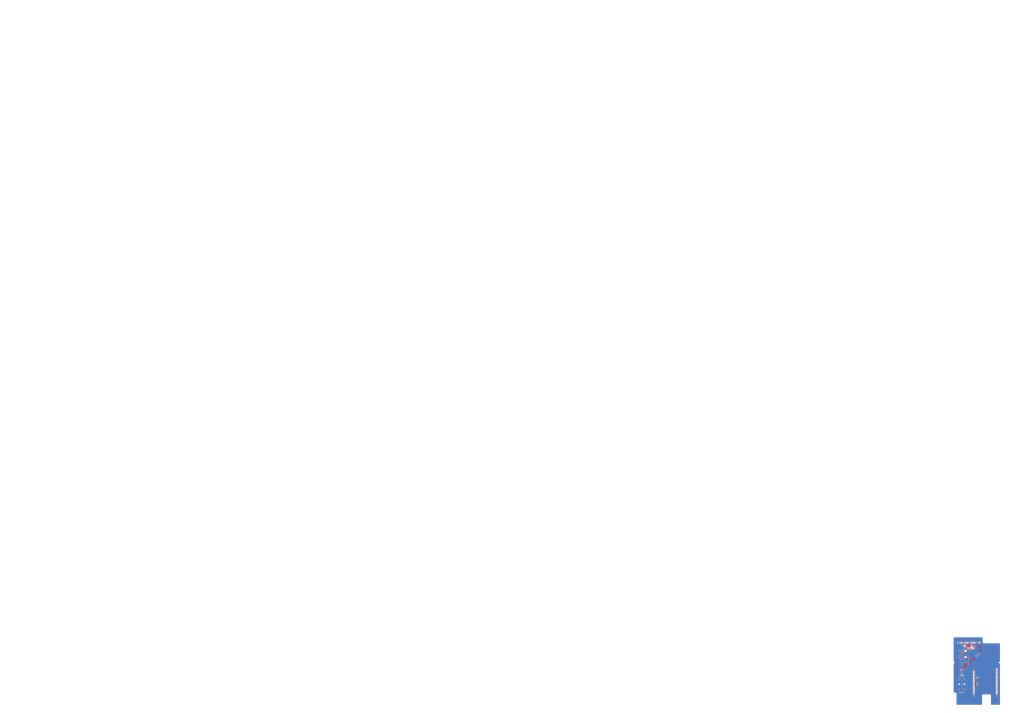
<source format=kicad_pcb>
(kicad_pcb (version 4) (host pcbnew 4.0.7)
  (layers (0 F.Cu signal) (1 In1.Cu mixed) (2 In2.Cu mixed) (31 B.Cu signal) (34 B.Paste user) (35 F.Paste user) (36 B.SilkS user) (37 F.SilkS user) (38 B.Mask user) (39 F.Mask user) (44 Edge.Cuts user))
  (net 0 "")
  (net 1 /3V3)
  (net 2 GND)
  (net 3 /24+S)
  (net 4 /24-S)
  (net 5 /24+)
  (net 6 GNDPWR)
  (net 7 "Net-(C2-Pad1)")
  (net 8 "Net-(C3-Pad1)")
  (net 9 "Net-(C8-Pad1)")
  (net 10 "Net-(C9-Pad1)")
  (net 11 /BB_IN_5V)
  (net 12 "Net-(F1-Pad1)")
  (net 13 "Net-(F1-Pad2)")
  (net 14 "Net-(F2-Pad2)")
  (net 15 "Net-(J2-Pad4)")
  (net 16 /CS1)
  (net 17 /SPI1_CSO)
  (net 18 /I2C2_SDA)
  (net 19 /I2C2_SCL)
  (net 20 /SPI0_SCLK)
  (net 21 /SPI0_MOSI)
  (net 22 /SPI0_MISO)
  (net 23 /SPI1_SCLK)
  (net 24 /SPI1_MOSI)
  (net 25 /SPI1_MISO)
  (net 26 /CS0)
  (net 27 /CS2)
  (net 28 /CS3)
  (net 29 /CS4)
  (net 30 /CS5)
  (net 31 /CS6)
  (net 32 /CS7)
  (net 33 /INT0)
  (net 34 /INT1)
  (net 35 /INT2)
  (net 36 /INT3)
  (net 37 /INT4)
  (net 38 /SPI0_CS0)
  (net 39 /BB_OUT_3V3)
  (net 40 /SYS_5V)
  (net 41 "Net-(L1-Pad1)")
  (net 42 "Net-(L4-Pad1)")
  (net 43 "Net-(R1-Pad1)")
  (net 44 "Net-(BB_P8-Pad3)")
  (net 45 "Net-(BB_P8-Pad4)")
  (net 46 "Net-(BB_P8-Pad5)")
  (net 47 "Net-(BB_P8-Pad6)")
  (net 48 "Net-(BB_P8-Pad7)")
  (net 49 "Net-(BB_P8-Pad8)")
  (net 50 "Net-(BB_P8-Pad9)")
  (net 51 "Net-(BB_P8-Pad10)")
  (net 52 "Net-(BB_P8-Pad11)")
  (net 53 "Net-(BB_P8-Pad12)")
  (net 54 "Net-(BB_P8-Pad13)")
  (net 55 "Net-(BB_P8-Pad14)")
  (net 56 "Net-(BB_P8-Pad15)")
  (net 57 "Net-(BB_P8-Pad16)")
  (net 58 "Net-(BB_P8-Pad17)")
  (net 59 "Net-(BB_P8-Pad18)")
  (net 60 "Net-(BB_P8-Pad19)")
  (net 61 "Net-(BB_P8-Pad20)")
  (net 62 "Net-(BB_P8-Pad21)")
  (net 63 "Net-(BB_P8-Pad22)")
  (net 64 "Net-(BB_P8-Pad23)")
  (net 65 "Net-(BB_P8-Pad24)")
  (net 66 "Net-(BB_P8-Pad25)")
  (net 67 "Net-(BB_P8-Pad26)")
  (net 68 "Net-(BB_P8-Pad27)")
  (net 69 "Net-(BB_P8-Pad28)")
  (net 70 "Net-(BB_P8-Pad29)")
  (net 71 "Net-(BB_P8-Pad30)")
  (net 72 "Net-(BB_P8-Pad31)")
  (net 73 "Net-(BB_P8-Pad32)")
  (net 74 "Net-(BB_P8-Pad38)")
  (net 75 /PWR_BUT)
  (net 76 /PWR_RESETn)
  (net 77 "Net-(BB_P9-Pad11)")
  (net 78 "Net-(BB_P9-Pad12)")
  (net 79 "Net-(BB_P9-Pad13)")
  (net 80 "Net-(BB_P9-Pad14)")
  (net 81 "Net-(BB_P9-Pad15)")
  (net 82 "Net-(BB_P9-Pad16)")
  (net 83 "Net-(BB_P9-Pad23)")
  (net 84 /I2C1_SCL)
  (net 85 "Net-(BB_P9-Pad25)")
  (net 86 /I2C1_SDA)
  (net 87 "Net-(BB_P9-Pad27)")
  (net 88 "Net-(BB_P9-Pad32)")
  (net 89 "Net-(BB_P9-Pad33)")
  (net 90 "Net-(BB_P9-Pad34)")
  (net 91 "Net-(BB_P9-Pad35)")
  (net 92 "Net-(BB_P9-Pad36)")
  (net 93 "Net-(BB_P9-Pad37)")
  (net 94 "Net-(BB_P9-Pad38)")
  (net 95 "Net-(BB_P9-Pad39)")
  (net 96 "Net-(BB_P9-Pad40)")
  (net 97 "Net-(BB_P9-Pad41)")
  (net 98 "Net-(BB_P9-Pad42)")
  (net 99 /RESET)
  (net 100 /SHTDN)
  (net 101 /SHTDN_RDY)
  (net 102 "Net-(U1-Pad7)")
  (net 103 /3V3_nreset)
  (net 104 "Net-(U2-Pad7)")
  (net 105 /5V_nreset)
  (module Connectors_IDC:IDC-Header_2x20_Pitch2.54mm_Angled (layer F.Cu) (at 169.3545 92.6338 90)
    (fp_text reference J4 (at 6.105 -6.35 90) (layer F.SilkS))
    (fp_text value Conn_02x20_Odd_Even)
    (pad 1 thru_hole rect (at 0 0 90) (size 1.7272 1.7272) (drill 1.016) (layers *.Cu *.Mask) (net 18 /I2C2_SDA))
    (pad 2 thru_hole oval (at 2.54 0 90) (size 1.7272 1.7272) (drill 1.016) (layers *.Cu *.Mask) (net 19 /I2C2_SCL))
    (pad 3 thru_hole oval (at 0 2.54 90) (size 1.7272 1.7272) (drill 1.016) (layers *.Cu *.Mask) (net 6 GNDPWR))
    (pad 4 thru_hole oval (at 2.54 2.54 90) (size 1.7272 1.7272) (drill 1.016) (layers *.Cu *.Mask) (net 6 GNDPWR))
    (pad 5 thru_hole oval (at 0 5.08 90) (size 1.7272 1.7272) (drill 1.016) (layers *.Cu *.Mask) (net 20 /SPI0_SCLK))
    (pad 6 thru_hole oval (at 2.54 5.08 90) (size 1.7272 1.7272) (drill 1.016) (layers *.Cu *.Mask) (net 21 /SPI0_MOSI))
    (pad 7 thru_hole oval (at 0 7.62 90) (size 1.7272 1.7272) (drill 1.016) (layers *.Cu *.Mask) (net 22 /SPI0_MISO))
    (pad 8 thru_hole oval (at 2.54 7.62 90) (size 1.7272 1.7272) (drill 1.016) (layers *.Cu *.Mask) (net 23 /SPI1_SCLK))
    (pad 9 thru_hole oval (at 0 10.16 90) (size 1.7272 1.7272) (drill 1.016) (layers *.Cu *.Mask) (net 24 /SPI1_MOSI))
    (pad 10 thru_hole oval (at 2.54 10.16 90) (size 1.7272 1.7272) (drill 1.016) (layers *.Cu *.Mask) (net 25 /SPI1_MISO))
    (pad 11 thru_hole oval (at 0 12.7 90) (size 1.7272 1.7272) (drill 1.016) (layers *.Cu *.Mask) (net 6 GNDPWR))
    (pad 12 thru_hole oval (at 2.54 12.7 90) (size 1.7272 1.7272) (drill 1.016) (layers *.Cu *.Mask) (net 6 GNDPWR))
    (pad 13 thru_hole oval (at 0 15.24 90) (size 1.7272 1.7272) (drill 1.016) (layers *.Cu *.Mask) (net 26 /CS0))
    (pad 14 thru_hole oval (at 2.54 15.24 90) (size 1.7272 1.7272) (drill 1.016) (layers *.Cu *.Mask) (net 16 /CS1))
    (pad 15 thru_hole oval (at 0 17.78 90) (size 1.7272 1.7272) (drill 1.016) (layers *.Cu *.Mask) (net 27 /CS2))
    (pad 16 thru_hole oval (at 2.54 17.78 90) (size 1.7272 1.7272) (drill 1.016) (layers *.Cu *.Mask) (net 28 /CS3))
    (pad 17 thru_hole oval (at 0 20.32 90) (size 1.7272 1.7272) (drill 1.016) (layers *.Cu *.Mask) (net 29 /CS4))
    (pad 18 thru_hole oval (at 2.54 20.32 90) (size 1.7272 1.7272) (drill 1.016) (layers *.Cu *.Mask) (net 30 /CS5))
    (pad 19 thru_hole oval (at 0 22.86 90) (size 1.7272 1.7272) (drill 1.016) (layers *.Cu *.Mask) (net 31 /CS6))
    (pad 20 thru_hole oval (at 2.54 22.86 90) (size 1.7272 1.7272) (drill 1.016) (layers *.Cu *.Mask) (net 32 /CS7))
    (pad 21 thru_hole oval (at 0 25.4 90) (size 1.7272 1.7272) (drill 1.016) (layers *.Cu *.Mask) (net 6 GNDPWR))
    (pad 22 thru_hole oval (at 2.54 25.4 90) (size 1.7272 1.7272) (drill 1.016) (layers *.Cu *.Mask) (net 6 GNDPWR))
    (pad 23 thru_hole oval (at 0 27.94 90) (size 1.7272 1.7272) (drill 1.016) (layers *.Cu *.Mask) (net 33 /INT0))
    (pad 24 thru_hole oval (at 2.54 27.94 90) (size 1.7272 1.7272) (drill 1.016) (layers *.Cu *.Mask) (net 34 /INT1))
    (pad 25 thru_hole oval (at 0 30.48 90) (size 1.7272 1.7272) (drill 1.016) (layers *.Cu *.Mask) (net 35 /INT2))
    (pad 26 thru_hole oval (at 2.54 30.48 90) (size 1.7272 1.7272) (drill 1.016) (layers *.Cu *.Mask) (net 36 /INT3))
    (pad 27 thru_hole oval (at 0 33.02 90) (size 1.7272 1.7272) (drill 1.016) (layers *.Cu *.Mask) (net 37 /INT4))
    (pad 28 thru_hole oval (at 2.54 33.02 90) (size 1.7272 1.7272) (drill 1.016) (layers *.Cu *.Mask) (net 99 /RESET))
    (pad 29 thru_hole oval (at 0 35.56 90) (size 1.7272 1.7272) (drill 1.016) (layers *.Cu *.Mask) (net 100 /SHTDN))
    (pad 30 thru_hole oval (at 2.54 35.56 90) (size 1.7272 1.7272) (drill 1.016) (layers *.Cu *.Mask) (net 101 /SHTDN_RDY))
    (pad 31 thru_hole oval (at 0 38.1 90) (size 1.7272 1.7272) (drill 1.016) (layers *.Cu *.Mask) (net 1 /3V3))
    (pad 32 thru_hole oval (at 2.54 38.1 90) (size 1.7272 1.7272) (drill 1.016) (layers *.Cu *.Mask) (net 1 /3V3))
    (pad 33 thru_hole oval (at 0 40.64 90) (size 1.7272 1.7272) (drill 1.016) (layers *.Cu *.Mask) (net 6 GNDPWR))
    (pad 34 thru_hole oval (at 2.54 40.64 90) (size 1.7272 1.7272) (drill 1.016) (layers *.Cu *.Mask) (net 6 GNDPWR))
    (pad 35 thru_hole oval (at 0 43.18 90) (size 1.7272 1.7272) (drill 1.016) (layers *.Cu *.Mask) (net 3 /24+S))
    (pad 36 thru_hole oval (at 2.54 43.18 90) (size 1.7272 1.7272) (drill 1.016) (layers *.Cu *.Mask) (net 3 /24+S))
    (pad 37 thru_hole oval (at 0 45.72 90) (size 1.7272 1.7272) (drill 1.016) (layers *.Cu *.Mask) (net 3 /24+S))
    (pad 38 thru_hole oval (at 2.54 45.72 90) (size 1.7272 1.7272) (drill 1.016) (layers *.Cu *.Mask) (net 4 /24-S))
    (pad 39 thru_hole oval (at 0 48.26 90) (size 1.7272 1.7272) (drill 1.016) (layers *.Cu *.Mask) (net 4 /24-S))
    (pad 40 thru_hole oval (at 2.54 48.26 90) (size 1.7272 1.7272) (drill 1.016) (layers *.Cu *.Mask) (net 4 /24-S))
  )
  (module Capacitors_SMD:C_1210_HandSoldering (layer F.Cu) (at 174.1805 108.2421 90)
    (fp_text reference C1 (at 0 -0.1805 180) (layer F.SilkS))
    (fp_text value 2.2uF)
    (pad 1 smd rect (at -2 0 90) (size 2 2.5) (layers F.Cu F.Paste F.Mask) (net 5 /24+))
    (pad 2 smd rect (at 2 0 90) (size 2 2.5) (layers F.Cu F.Paste F.Mask) (net 6 GNDPWR))
  )
  (module Capacitors_SMD:C_1210_HandSoldering (layer F.Cu) (at 174.4345 113.3221 180)
    (fp_text reference C2 (at 0 -0.1779 270) (layer F.SilkS))
    (fp_text value 1uF)
    (pad 1 smd rect (at -2 0 180) (size 2 2.5) (layers F.Cu F.Paste F.Mask) (net 7 "Net-(C2-Pad1)"))
    (pad 2 smd rect (at 2 0 180) (size 2 2.5) (layers F.Cu F.Paste F.Mask) (net 2 GND))
  )
  (module Capacitors_SMD:C_0603_HandSoldering (layer F.Cu) (at 182.3085 113.0681 270)
    (fp_text reference C3 (at 1.1819 0.0585 360) (layer F.SilkS))
    (fp_text value 3300pF)
    (pad 1 smd rect (at -0.95 0 270) (size 1.2 0.75) (layers F.Cu F.Paste F.Mask) (net 8 "Net-(C3-Pad1)"))
    (pad 2 smd rect (at 0.95 0 270) (size 1.2 0.75) (layers F.Cu F.Paste F.Mask) (net 2 GND))
  )
  (module Capacitors_SMD:C_1210_HandSoldering (layer F.Cu) (at 179.2605 106.4641 180)
    (fp_text reference C4 (at 0 -0.0359 180) (layer F.SilkS))
    (fp_text value 22uF)
    (pad 1 smd rect (at -2 0 180) (size 2 2.5) (layers F.Cu F.Paste F.Mask) (net 1 /3V3))
    (pad 2 smd rect (at 2 0 180) (size 2 2.5) (layers F.Cu F.Paste F.Mask) (net 6 GNDPWR))
  )
  (module Capacitors_SMD:C_1210_HandSoldering (layer F.Cu) (at 174.2313 120.9167 90)
    (fp_text reference C7 (at 0 0.0187 90) (layer F.SilkS))
    (fp_text value 2.2uF)
    (pad 1 smd rect (at -2 0 90) (size 2 2.5) (layers F.Cu F.Paste F.Mask) (net 5 /24+))
    (pad 2 smd rect (at 2 0 90) (size 2 2.5) (layers F.Cu F.Paste F.Mask) (net 6 GNDPWR))
  )
  (module Capacitors_SMD:C_1210_HandSoldering (layer F.Cu) (at 174.4853 128.3081 180)
    (fp_text reference C8 (at -0.0147 -0.1919 180) (layer F.SilkS))
    (fp_text value 1uF)
    (pad 1 smd rect (at -2 0 180) (size 2 2.5) (layers F.Cu F.Paste F.Mask) (net 9 "Net-(C8-Pad1)"))
    (pad 2 smd rect (at 2 0 180) (size 2 2.5) (layers F.Cu F.Paste F.Mask) (net 2 GND))
  )
  (module Capacitors_SMD:C_0603_HandSoldering (layer F.Cu) (at 182.0545 125.7681 270)
    (fp_text reference C9 (at 1.2319 0.0545 360) (layer F.SilkS))
    (fp_text value 3300pF)
    (pad 1 smd rect (at -0.95 0 270) (size 1.2 0.75) (layers F.Cu F.Paste F.Mask) (net 10 "Net-(C9-Pad1)"))
    (pad 2 smd rect (at 0.95 0 270) (size 1.2 0.75) (layers F.Cu F.Paste F.Mask) (net 2 GND))
  )
  (module Capacitors_SMD:C_1210_HandSoldering (layer F.Cu) (at 179.2605 119.1641 180)
    (fp_text reference C10 (at 0 -0.0859 180) (layer F.SilkS))
    (fp_text value 22uF)
    (pad 1 smd rect (at -2 0 180) (size 2 2.5) (layers F.Cu F.Paste F.Mask) (net 11 /BB_IN_5V))
    (pad 2 smd rect (at 2 0 180) (size 2 2.5) (layers F.Cu F.Paste F.Mask) (net 6 GNDPWR))
  )
  (module Capacitors_SMD:CP_Elec_6.3x4.5 (layer F.Cu) (at 178.2445 152.9461)
    (fp_text reference C19 (at 0.0055 0.3039) (layer F.SilkS))
    (fp_text value CP)
    (fp_text user + (at -4.28 2.96) (layer F.SilkS))
    (pad 1 smd rect (at -2.7 0 180) (size 3.5 1.6) (layers F.Cu F.Paste F.Mask) (net 3 /24+S))
    (pad 2 smd rect (at 2.7 0 180) (size 3.5 1.6) (layers F.Cu F.Paste F.Mask) (net 4 /24-S))
  )
  (module Capacitors_SMD:CP_Elec_6.3x4.5 (layer F.Cu) (at 178.4045 137.0711)
    (fp_text reference C24 (at 0.0955 -0.0711) (layer F.SilkS))
    (fp_text value CP)
    (fp_text user + (at -4.28 2.96) (layer F.SilkS))
    (pad 1 smd rect (at -2.7 0 180) (size 3.5 1.6) (layers F.Cu F.Paste F.Mask) (net 5 /24+))
    (pad 2 smd rect (at 2.7 0 180) (size 3.5 1.6) (layers F.Cu F.Paste F.Mask) (net 6 GNDPWR))
  )
  (module Fuse_Holders_and_Fuses:Fuseholder5x20_horiz_open_Schurter_0031_8201 (layer F.Cu) (at 173.1645 166.6411 270)
    (fp_text reference F1 (at 4 0 270) (layer F.SilkS))
    (fp_text value Fuse)
    (pad 1 thru_hole circle (at 0 0 270) (size 3 3) (drill 1.3) (layers *.Cu *.Mask) (net 12 "Net-(F1-Pad1)"))
    (pad 2 thru_hole circle (at 22.5 0 270) (size 3 3) (drill 1.3) (layers *.Cu *.Mask) (net 13 "Net-(F1-Pad2)"))
    (pad "" np_thru_hole circle (at 11.25 0 270) (size 2.7 2.7) (drill 2.7) (layers *.Cu *.Mask))
  )
  (module Fuse_Holders_and_Fuses:Fuseholder5x20_horiz_open_Schurter_0031_8201 (layer F.Cu) (at 183.9595 166.6411 270)
    (fp_text reference F2 (at 4 0 270) (layer F.SilkS))
    (fp_text value Fuse)
    (pad 1 thru_hole circle (at 0 0 270) (size 3 3) (drill 1.3) (layers *.Cu *.Mask) (net 4 /24-S))
    (pad 2 thru_hole circle (at 22.5 0 270) (size 3 3) (drill 1.3) (layers *.Cu *.Mask) (net 14 "Net-(F2-Pad2)"))
    (pad "" np_thru_hole circle (at 11.25 0 270) (size 2.7 2.7) (drill 2.7) (layers *.Cu *.Mask))
  )
  (module coilcraft_IKM:LPS6235 (layer F.Cu) (at 186.3725 121.1961 180)
    (fp_text reference L1 (at 0.1225 -0.0539 180) (layer F.SilkS))
    (fp_text value LPS6235-153)
    (pad 1 smd trapezoid (at 0 -2.7 180) (size 5.425 1.175) (rect_delta 0 1.175) (layers F.Cu F.Paste F.Mask) (net 41 "Net-(L1-Pad1)"))
    (pad 1 smd trapezoid (at -2.75 -1.55 180) (size 1.125 1.125) (layers F.Cu F.Paste F.Mask) (net 41 "Net-(L1-Pad1)"))
    (pad 1 smd trapezoid (at 2.75 -1.55 180) (size 1.125 1.125) (layers F.Cu F.Paste F.Mask) (net 41 "Net-(L1-Pad1)"))
    (pad 1 smd trapezoid (at -2.2 -1.55) (size 1.125 1.125) (rect_delta 0 1.124) (layers F.Cu F.Paste F.Mask) (net 41 "Net-(L1-Pad1)"))
    (pad 1 smd trapezoid (at 2.2 -1.55) (size 1.125 1.125) (rect_delta 0 1.124) (layers F.Cu F.Paste F.Mask) (net 41 "Net-(L1-Pad1)"))
    (pad 2 smd trapezoid (at 0.016373 2.700601) (size 5.425 1.175) (rect_delta 0 1.175) (layers F.Cu F.Paste F.Mask) (net 11 /BB_IN_5V))
    (pad 2 smd trapezoid (at 2.766373 1.550601) (size 1.125 1.125) (layers F.Cu F.Paste F.Mask) (net 11 /BB_IN_5V))
    (pad 2 smd trapezoid (at 2.216373 1.550601 180) (size 1.125 1.125) (rect_delta 0 1.124) (layers F.Cu F.Paste F.Mask) (net 11 /BB_IN_5V))
    (pad 2 smd trapezoid (at -2.733627 1.550601) (size 1.125 1.125) (layers F.Cu F.Paste F.Mask) (net 11 /BB_IN_5V))
    (pad 2 smd trapezoid (at -2.183627 1.550601 180) (size 1.125 1.125) (rect_delta 0 1.124) (layers F.Cu F.Paste F.Mask) (net 11 /BB_IN_5V))
  )
  (module coilcraft_IKM:LPS6235 (layer F.Cu) (at 174.4345 144.971701 180)
    (fp_text reference L2 (at -0.0655 -0.028299 180) (layer F.SilkS))
    (fp_text value LPS6235-153)
    (pad 1 smd trapezoid (at 0 -2.7 180) (size 5.425 1.175) (rect_delta 0 1.175) (layers F.Cu F.Paste F.Mask) (net 3 /24+S))
    (pad 1 smd trapezoid (at -2.75 -1.55 180) (size 1.125 1.125) (layers F.Cu F.Paste F.Mask) (net 3 /24+S))
    (pad 1 smd trapezoid (at 2.75 -1.55 180) (size 1.125 1.125) (layers F.Cu F.Paste F.Mask) (net 3 /24+S))
    (pad 1 smd trapezoid (at -2.2 -1.55) (size 1.125 1.125) (rect_delta 0 1.124) (layers F.Cu F.Paste F.Mask) (net 3 /24+S))
    (pad 1 smd trapezoid (at 2.2 -1.55) (size 1.125 1.125) (rect_delta 0 1.124) (layers F.Cu F.Paste F.Mask) (net 3 /24+S))
    (pad 2 smd trapezoid (at 0.016373 2.700601) (size 5.425 1.175) (rect_delta 0 1.175) (layers F.Cu F.Paste F.Mask) (net 5 /24+))
    (pad 2 smd trapezoid (at 2.766373 1.550601) (size 1.125 1.125) (layers F.Cu F.Paste F.Mask) (net 5 /24+))
    (pad 2 smd trapezoid (at 2.216373 1.550601 180) (size 1.125 1.125) (rect_delta 0 1.124) (layers F.Cu F.Paste F.Mask) (net 5 /24+))
    (pad 2 smd trapezoid (at -2.733627 1.550601) (size 1.125 1.125) (layers F.Cu F.Paste F.Mask) (net 5 /24+))
    (pad 2 smd trapezoid (at -2.183627 1.550601 180) (size 1.125 1.125) (rect_delta 0 1.124) (layers F.Cu F.Paste F.Mask) (net 5 /24+))
  )
  (module coilcraft_IKM:LPS6235 (layer F.Cu) (at 182.0545 145.0461 180)
    (fp_text reference L3 (at 0.0545 0.2961 180) (layer F.SilkS))
    (fp_text value LPS6235-153)
    (pad 1 smd trapezoid (at 0 -2.7 180) (size 5.425 1.175) (rect_delta 0 1.175) (layers F.Cu F.Paste F.Mask) (net 4 /24-S))
    (pad 1 smd trapezoid (at -2.75 -1.55 180) (size 1.125 1.125) (layers F.Cu F.Paste F.Mask) (net 4 /24-S))
    (pad 1 smd trapezoid (at 2.75 -1.55 180) (size 1.125 1.125) (layers F.Cu F.Paste F.Mask) (net 4 /24-S))
    (pad 1 smd trapezoid (at -2.2 -1.55) (size 1.125 1.125) (rect_delta 0 1.124) (layers F.Cu F.Paste F.Mask) (net 4 /24-S))
    (pad 1 smd trapezoid (at 2.2 -1.55) (size 1.125 1.125) (rect_delta 0 1.124) (layers F.Cu F.Paste F.Mask) (net 4 /24-S))
    (pad 2 smd trapezoid (at 0.016373 2.700601) (size 5.425 1.175) (rect_delta 0 1.175) (layers F.Cu F.Paste F.Mask) (net 6 GNDPWR))
    (pad 2 smd trapezoid (at 2.766373 1.550601) (size 1.125 1.125) (layers F.Cu F.Paste F.Mask) (net 6 GNDPWR))
    (pad 2 smd trapezoid (at 2.216373 1.550601 180) (size 1.125 1.125) (rect_delta 0 1.124) (layers F.Cu F.Paste F.Mask) (net 6 GNDPWR))
    (pad 2 smd trapezoid (at -2.733627 1.550601) (size 1.125 1.125) (layers F.Cu F.Paste F.Mask) (net 6 GNDPWR))
    (pad 2 smd trapezoid (at -2.183627 1.550601 180) (size 1.125 1.125) (rect_delta 0 1.124) (layers F.Cu F.Paste F.Mask) (net 6 GNDPWR))
  )
  (module coilcraft_IKM:LPS6235 (layer F.Cu) (at 186.2455 108.4961 180)
    (fp_text reference L4 (at 0 -0.0039 180) (layer F.SilkS))
    (fp_text value LPS6235-153)
    (pad 1 smd trapezoid (at 0 -2.7 180) (size 5.425 1.175) (rect_delta 0 1.175) (layers F.Cu F.Paste F.Mask) (net 42 "Net-(L4-Pad1)"))
    (pad 1 smd trapezoid (at -2.75 -1.55 180) (size 1.125 1.125) (layers F.Cu F.Paste F.Mask) (net 42 "Net-(L4-Pad1)"))
    (pad 1 smd trapezoid (at 2.75 -1.55 180) (size 1.125 1.125) (layers F.Cu F.Paste F.Mask) (net 42 "Net-(L4-Pad1)"))
    (pad 1 smd trapezoid (at -2.2 -1.55) (size 1.125 1.125) (rect_delta 0 1.124) (layers F.Cu F.Paste F.Mask) (net 42 "Net-(L4-Pad1)"))
    (pad 1 smd trapezoid (at 2.2 -1.55) (size 1.125 1.125) (rect_delta 0 1.124) (layers F.Cu F.Paste F.Mask) (net 42 "Net-(L4-Pad1)"))
    (pad 2 smd trapezoid (at 0.016373 2.700601) (size 5.425 1.175) (rect_delta 0 1.175) (layers F.Cu F.Paste F.Mask) (net 1 /3V3))
    (pad 2 smd trapezoid (at 2.766373 1.550601) (size 1.125 1.125) (layers F.Cu F.Paste F.Mask) (net 1 /3V3))
    (pad 2 smd trapezoid (at 2.216373 1.550601 180) (size 1.125 1.125) (rect_delta 0 1.124) (layers F.Cu F.Paste F.Mask) (net 1 /3V3))
    (pad 2 smd trapezoid (at -2.733627 1.550601) (size 1.125 1.125) (layers F.Cu F.Paste F.Mask) (net 1 /3V3))
    (pad 2 smd trapezoid (at -2.183627 1.550601 180) (size 1.125 1.125) (rect_delta 0 1.124) (layers F.Cu F.Paste F.Mask) (net 1 /3V3))
  )
  (module Resistors_SMD:R_0805 (layer F.Cu) (at 176.7205 124.3101 90)
    (fp_text reference R1 (at -0.1899 0.0295 270) (layer F.SilkS))
    (fp_text value R)
    (pad 1 smd rect (at -0.95 0 90) (size 0.7 1.3) (layers F.Cu F.Paste F.Mask) (net 43 "Net-(R1-Pad1)"))
    (pad 2 smd rect (at 0.95 0 90) (size 0.7 1.3) (layers F.Cu F.Paste F.Mask) (net 5 /24+))
  )
  (module Resistors_SMD:R_0805 (layer F.Cu) (at 174.1805 125.5141)
    (fp_text reference R2 (at 0.0695 -0.0141) (layer F.SilkS))
    (fp_text value R)
    (pad 1 smd rect (at -0.95 0) (size 0.7 1.3) (layers F.Cu F.Paste F.Mask) (net 2 GND))
    (pad 2 smd rect (at 0.95 0) (size 0.7 1.3) (layers F.Cu F.Paste F.Mask) (net 43 "Net-(R1-Pad1)"))
  )
  (module Resistors_SMD:R_0805 (layer F.Cu) (at 181.0893 157.5943)
    (fp_text reference R3 (at 1.6607 0.1557) (layer F.SilkS))
    (fp_text value R)
    (pad 1 smd rect (at -0.95 0) (size 0.7 1.3) (layers F.Cu F.Paste F.Mask) (net 2 GND))
    (pad 2 smd rect (at 0.95 0) (size 0.7 1.3) (layers F.Cu F.Paste F.Mask) (net 15 "Net-(J2-Pad4)"))
  )
  (module Resistors_SMD:R_1206_HandSoldering (layer B.Cu) (at 170.1165 109.7661 90)
    (fp_text reference R4 (at 0 1.85 90) (layer B.SilkS) (effects (justify mirror)))
    (fp_text value SHUNT)
    (pad 1 smd rect (at -2 0 90) (size 2 1.7) (layers B.Cu B.Paste B.Mask) (net 2 GND))
    (pad 2 smd rect (at 2 0 90) (size 2 1.7) (layers B.Cu B.Paste B.Mask) (net 6 GNDPWR))
  )
  (module Resistors_SMD:R_1206_HandSoldering (layer B.Cu) (at 169.8625 122.4661 90)
    (fp_text reference R5 (at 0 1.85 90) (layer B.SilkS) (effects (justify mirror)))
    (fp_text value SHUNT)
    (pad 1 smd rect (at -2 0 90) (size 2 1.7) (layers B.Cu B.Paste B.Mask) (net 2 GND))
    (pad 2 smd rect (at 2 0 90) (size 2 1.7) (layers B.Cu B.Paste B.Mask) (net 6 GNDPWR))
  )
  (module Housings_DFN_QFN:DFN-10-1EP_2x3mm_Pitch0.5mm (layer F.Cu) (at 179.7685 111.1631)
    (fp_text reference U1 (at -0.0185 0.8369) (layer F.SilkS))
    (fp_text value MAX17502G)
    (pad 1 smd rect (at -0.925 -1) (size 0.7 0.25) (layers F.Cu F.Paste F.Mask) (net 6 GNDPWR))
    (pad 2 smd rect (at -0.925 -0.5) (size 0.7 0.25) (layers F.Cu F.Paste F.Mask) (net 5 /24+))
    (pad 3 smd rect (at -0.925 0) (size 0.7 0.25) (layers F.Cu F.Paste F.Mask) (net 39 /BB_OUT_3V3))
    (pad 4 smd rect (at -0.925 0.5) (size 0.7 0.25) (layers F.Cu F.Paste F.Mask) (net 7 "Net-(C2-Pad1)"))
    (pad 5 smd rect (at -0.925 1) (size 0.7 0.25) (layers F.Cu F.Paste F.Mask) (net 1 /3V3))
    (pad 6 smd rect (at 0.925 1) (size 0.7 0.25) (layers F.Cu F.Paste F.Mask) (net 8 "Net-(C3-Pad1)"))
    (pad 7 smd rect (at 0.925 0.5) (size 0.7 0.25) (layers F.Cu F.Paste F.Mask) (net 102 "Net-(U1-Pad7)"))
    (pad 8 smd rect (at 0.925 0) (size 0.7 0.25) (layers F.Cu F.Paste F.Mask) (net 103 /3V3_nreset))
    (pad 9 smd rect (at 0.925 -0.5) (size 0.7 0.25) (layers F.Cu F.Paste F.Mask) (net 2 GND))
    (pad 10 smd rect (at 0.925 -1) (size 0.7 0.25) (layers F.Cu F.Paste F.Mask) (net 42 "Net-(L4-Pad1)"))
    (pad 11 smd rect (at 0 0.6) (size 0.64 1.2) (layers F.Cu F.Paste F.Mask) (net 2 GND))
    (pad 11 smd rect (at 0 -0.6) (size 0.64 1.2) (layers F.Cu F.Paste F.Mask) (net 2 GND))
  )
  (module Housings_DFN_QFN:DFN-10-1EP_2x3mm_Pitch0.5mm (layer F.Cu) (at 179.6055 123.8281)
    (fp_text reference U2 (at 0 0.9219) (layer F.SilkS))
    (fp_text value MAX17502G)
    (pad 1 smd rect (at -0.925 -1) (size 0.7 0.25) (layers F.Cu F.Paste F.Mask) (net 6 GNDPWR))
    (pad 2 smd rect (at -0.925 -0.5) (size 0.7 0.25) (layers F.Cu F.Paste F.Mask) (net 5 /24+))
    (pad 3 smd rect (at -0.925 0) (size 0.7 0.25) (layers F.Cu F.Paste F.Mask) (net 43 "Net-(R1-Pad1)"))
    (pad 4 smd rect (at -0.925 0.5) (size 0.7 0.25) (layers F.Cu F.Paste F.Mask) (net 9 "Net-(C8-Pad1)"))
    (pad 5 smd rect (at -0.925 1) (size 0.7 0.25) (layers F.Cu F.Paste F.Mask) (net 11 /BB_IN_5V))
    (pad 6 smd rect (at 0.925 1) (size 0.7 0.25) (layers F.Cu F.Paste F.Mask) (net 10 "Net-(C9-Pad1)"))
    (pad 7 smd rect (at 0.925 0.5) (size 0.7 0.25) (layers F.Cu F.Paste F.Mask) (net 104 "Net-(U2-Pad7)"))
    (pad 8 smd rect (at 0.925 0) (size 0.7 0.25) (layers F.Cu F.Paste F.Mask) (net 105 /5V_nreset))
    (pad 9 smd rect (at 0.925 -0.5) (size 0.7 0.25) (layers F.Cu F.Paste F.Mask) (net 2 GND))
    (pad 10 smd rect (at 0.925 -1) (size 0.7 0.25) (layers F.Cu F.Paste F.Mask) (net 41 "Net-(L1-Pad1)"))
    (pad 11 smd rect (at 0 0.6) (size 0.64 1.2) (layers F.Cu F.Paste F.Mask) (net 2 GND))
    (pad 11 smd rect (at 0 -0.6) (size 0.64 1.2) (layers F.Cu F.Paste F.Mask) (net 2 GND))
  )
  (module Pin_Headers:Pin_Header_Straight_1x04_Pitch2.54mm (layer F.Cu) (at 174.4345 195.4911 90)
    (fp_text reference J1 (at 0 -2.33 90) (layer F.SilkS))
    (fp_text value Conn_01x04)
    (pad 1 thru_hole rect (at 0 0 90) (size 1.7 1.7) (drill 1) (layers *.Cu *.Mask) (net 13 "Net-(F1-Pad2)"))
    (pad 2 thru_hole oval (at 0 2.54 90) (size 1.7 1.7) (drill 1) (layers *.Cu *.Mask) (net 13 "Net-(F1-Pad2)"))
    (pad 3 thru_hole oval (at 0 5.08 90) (size 1.7 1.7) (drill 1) (layers *.Cu *.Mask) (net 14 "Net-(F2-Pad2)"))
    (pad 4 thru_hole oval (at 0 7.62 90) (size 1.7 1.7) (drill 1) (layers *.Cu *.Mask) (net 14 "Net-(F2-Pad2)"))
  )
  (module Pin_Headers:Pin_Header_Straight_1x04_Pitch2.54mm (layer F.Cu) (at 174.4345 160.5661 90)
    (fp_text reference J2 (at 0 -2.33 90) (layer F.SilkS))
    (fp_text value Conn_01x04)
    (pad 1 thru_hole rect (at 0 0 90) (size 1.7 1.7) (drill 1) (layers *.Cu *.Mask) (net 12 "Net-(F1-Pad1)"))
    (pad 2 thru_hole oval (at 0 2.54 90) (size 1.7 1.7) (drill 1) (layers *.Cu *.Mask) (net 3 /24+S))
    (pad 3 thru_hole oval (at 0 5.08 90) (size 1.7 1.7) (drill 1) (layers *.Cu *.Mask) (net 1 /3V3))
    (pad 4 thru_hole oval (at 0 7.62 90) (size 1.7 1.7) (drill 1) (layers *.Cu *.Mask) (net 15 "Net-(J2-Pad4)"))
  )
  (module Pin_Headers:Pin_Header_Straight_1x02_Pitch2.54mm (layer F.Cu) (at 186.436 96.012)
    (fp_text reference J3 (at 2.564 0.988) (layer F.SilkS))
    (fp_text value Conn_01x02)
    (pad 1 thru_hole rect (at 0 0) (size 1.7 1.7) (drill 1) (layers *.Cu *.Mask) (net 16 /CS1))
    (pad 2 thru_hole oval (at 0 2.54) (size 1.7 1.7) (drill 1) (layers *.Cu *.Mask) (net 17 /SPI1_CSO))
  )
  (module Pin_Headers:Pin_Header_Straight_1x02_Pitch2.54mm (layer F.Cu) (at 182.88 96.012)
    (fp_text reference J5 (at -2.38 1.238) (layer F.SilkS))
    (fp_text value Conn_01x02)
    (pad 1 thru_hole rect (at 0 0) (size 1.7 1.7) (drill 1) (layers *.Cu *.Mask) (net 26 /CS0))
    (pad 2 thru_hole oval (at 0 2.54) (size 1.7 1.7) (drill 1) (layers *.Cu *.Mask) (net 38 /SPI0_CS0))
  )
  (module Pin_Headers:Pin_Header_Straight_2x23_Pitch2.54mm (layer B.Cu) (at 250.6345 201.2061)
    (fp_text reference BB_P8 (at 1.27 2.7939) (layer F.SilkS))
    (fp_text value Conn_02x23_Odd_Even)
    (pad 1 thru_hole rect (at 0 0) (size 1.7 1.7) (drill 1) (layers *.Cu *.Mask) (net 6 GNDPWR))
    (pad 2 thru_hole oval (at 2.54 0) (size 1.7 1.7) (drill 1) (layers *.Cu *.Mask) (net 6 GNDPWR))
    (pad 3 thru_hole oval (at 0 -2.54) (size 1.7 1.7) (drill 1) (layers *.Cu *.Mask) (net 44 "Net-(BB_P8-Pad3)"))
    (pad 4 thru_hole oval (at 2.54 -2.54) (size 1.7 1.7) (drill 1) (layers *.Cu *.Mask) (net 45 "Net-(BB_P8-Pad4)"))
    (pad 5 thru_hole oval (at 0 -5.08) (size 1.7 1.7) (drill 1) (layers *.Cu *.Mask) (net 46 "Net-(BB_P8-Pad5)"))
    (pad 6 thru_hole oval (at 2.54 -5.08) (size 1.7 1.7) (drill 1) (layers *.Cu *.Mask) (net 47 "Net-(BB_P8-Pad6)"))
    (pad 7 thru_hole oval (at 0 -7.62) (size 1.7 1.7) (drill 1) (layers *.Cu *.Mask) (net 48 "Net-(BB_P8-Pad7)"))
    (pad 8 thru_hole oval (at 2.54 -7.62) (size 1.7 1.7) (drill 1) (layers *.Cu *.Mask) (net 49 "Net-(BB_P8-Pad8)"))
    (pad 9 thru_hole oval (at 0 -10.16) (size 1.7 1.7) (drill 1) (layers *.Cu *.Mask) (net 50 "Net-(BB_P8-Pad9)"))
    (pad 10 thru_hole oval (at 2.54 -10.16) (size 1.7 1.7) (drill 1) (layers *.Cu *.Mask) (net 51 "Net-(BB_P8-Pad10)"))
    (pad 11 thru_hole oval (at 0 -12.7) (size 1.7 1.7) (drill 1) (layers *.Cu *.Mask) (net 52 "Net-(BB_P8-Pad11)"))
    (pad 12 thru_hole oval (at 2.54 -12.7) (size 1.7 1.7) (drill 1) (layers *.Cu *.Mask) (net 53 "Net-(BB_P8-Pad12)"))
    (pad 13 thru_hole oval (at 0 -15.24) (size 1.7 1.7) (drill 1) (layers *.Cu *.Mask) (net 54 "Net-(BB_P8-Pad13)"))
    (pad 14 thru_hole oval (at 2.54 -15.24) (size 1.7 1.7) (drill 1) (layers *.Cu *.Mask) (net 55 "Net-(BB_P8-Pad14)"))
    (pad 15 thru_hole oval (at 0 -17.78) (size 1.7 1.7) (drill 1) (layers *.Cu *.Mask) (net 56 "Net-(BB_P8-Pad15)"))
    (pad 16 thru_hole oval (at 2.54 -17.78) (size 1.7 1.7) (drill 1) (layers *.Cu *.Mask) (net 57 "Net-(BB_P8-Pad16)"))
    (pad 17 thru_hole oval (at 0 -20.32) (size 1.7 1.7) (drill 1) (layers *.Cu *.Mask) (net 58 "Net-(BB_P8-Pad17)"))
    (pad 18 thru_hole oval (at 2.54 -20.32) (size 1.7 1.7) (drill 1) (layers *.Cu *.Mask) (net 59 "Net-(BB_P8-Pad18)"))
    (pad 19 thru_hole oval (at 0 -22.86) (size 1.7 1.7) (drill 1) (layers *.Cu *.Mask) (net 60 "Net-(BB_P8-Pad19)"))
    (pad 20 thru_hole oval (at 2.54 -22.86) (size 1.7 1.7) (drill 1) (layers *.Cu *.Mask) (net 61 "Net-(BB_P8-Pad20)"))
    (pad 21 thru_hole oval (at 0 -25.4) (size 1.7 1.7) (drill 1) (layers *.Cu *.Mask) (net 62 "Net-(BB_P8-Pad21)"))
    (pad 22 thru_hole oval (at 2.54 -25.4) (size 1.7 1.7) (drill 1) (layers *.Cu *.Mask) (net 63 "Net-(BB_P8-Pad22)"))
    (pad 23 thru_hole oval (at 0 -27.94) (size 1.7 1.7) (drill 1) (layers *.Cu *.Mask) (net 64 "Net-(BB_P8-Pad23)"))
    (pad 24 thru_hole oval (at 2.54 -27.94) (size 1.7 1.7) (drill 1) (layers *.Cu *.Mask) (net 65 "Net-(BB_P8-Pad24)"))
    (pad 25 thru_hole oval (at 0 -30.48) (size 1.7 1.7) (drill 1) (layers *.Cu *.Mask) (net 66 "Net-(BB_P8-Pad25)"))
    (pad 26 thru_hole oval (at 2.54 -30.48) (size 1.7 1.7) (drill 1) (layers *.Cu *.Mask) (net 67 "Net-(BB_P8-Pad26)"))
    (pad 27 thru_hole oval (at 0 -33.02) (size 1.7 1.7) (drill 1) (layers *.Cu *.Mask) (net 68 "Net-(BB_P8-Pad27)"))
    (pad 28 thru_hole oval (at 2.54 -33.02) (size 1.7 1.7) (drill 1) (layers *.Cu *.Mask) (net 69 "Net-(BB_P8-Pad28)"))
    (pad 29 thru_hole oval (at 0 -35.56) (size 1.7 1.7) (drill 1) (layers *.Cu *.Mask) (net 70 "Net-(BB_P8-Pad29)"))
    (pad 30 thru_hole oval (at 2.54 -35.56) (size 1.7 1.7) (drill 1) (layers *.Cu *.Mask) (net 71 "Net-(BB_P8-Pad30)"))
    (pad 31 thru_hole oval (at 0 -38.1) (size 1.7 1.7) (drill 1) (layers *.Cu *.Mask) (net 72 "Net-(BB_P8-Pad31)"))
    (pad 32 thru_hole oval (at 2.54 -38.1) (size 1.7 1.7) (drill 1) (layers *.Cu *.Mask) (net 73 "Net-(BB_P8-Pad32)"))
    (pad 33 thru_hole oval (at 0 -40.64) (size 1.7 1.7) (drill 1) (layers *.Cu *.Mask) (net 33 /INT0))
    (pad 34 thru_hole oval (at 2.54 -40.64) (size 1.7 1.7) (drill 1) (layers *.Cu *.Mask) (net 34 /INT1))
    (pad 35 thru_hole oval (at 0 -43.18) (size 1.7 1.7) (drill 1) (layers *.Cu *.Mask) (net 35 /INT2))
    (pad 36 thru_hole oval (at 2.54 -43.18) (size 1.7 1.7) (drill 1) (layers *.Cu *.Mask) (net 36 /INT3))
    (pad 37 thru_hole oval (at 0 -45.72) (size 1.7 1.7) (drill 1) (layers *.Cu *.Mask) (net 37 /INT4))
    (pad 38 thru_hole oval (at 2.54 -45.72) (size 1.7 1.7) (drill 1) (layers *.Cu *.Mask) (net 74 "Net-(BB_P8-Pad38)"))
    (pad 39 thru_hole oval (at 0 -48.26) (size 1.7 1.7) (drill 1) (layers *.Cu *.Mask) (net 26 /CS0))
    (pad 40 thru_hole oval (at 2.54 -48.26) (size 1.7 1.7) (drill 1) (layers *.Cu *.Mask) (net 16 /CS1))
    (pad 41 thru_hole oval (at 0 -50.8) (size 1.7 1.7) (drill 1) (layers *.Cu *.Mask) (net 27 /CS2))
    (pad 42 thru_hole oval (at 2.54 -50.8) (size 1.7 1.7) (drill 1) (layers *.Cu *.Mask) (net 28 /CS3))
    (pad 43 thru_hole oval (at 0 -53.34) (size 1.7 1.7) (drill 1) (layers *.Cu *.Mask) (net 29 /CS4))
    (pad 44 thru_hole oval (at 2.54 -53.34) (size 1.7 1.7) (drill 1) (layers *.Cu *.Mask) (net 30 /CS5))
    (pad 45 thru_hole oval (at 0 -55.88) (size 1.7 1.7) (drill 1) (layers *.Cu *.Mask) (net 31 /CS6))
    (pad 46 thru_hole oval (at 2.54 -55.88) (size 1.7 1.7) (drill 1) (layers *.Cu *.Mask) (net 32 /CS7))
  )
  (module Pin_Headers:Pin_Header_Straight_2x23_Pitch2.54mm (layer B.Cu) (at 202.3745 201.2061)
    (fp_text reference BB_P9 (at 1.3755 2.7939) (layer F.SilkS))
    (fp_text value Conn_02x23_Odd_Even)
    (pad 1 thru_hole rect (at 0 0) (size 1.7 1.7) (drill 1) (layers *.Cu *.Mask) (net 6 GNDPWR))
    (pad 2 thru_hole oval (at 2.54 0) (size 1.7 1.7) (drill 1) (layers *.Cu *.Mask) (net 6 GNDPWR))
    (pad 3 thru_hole oval (at 0 -2.54) (size 1.7 1.7) (drill 1) (layers *.Cu *.Mask) (net 39 /BB_OUT_3V3))
    (pad 4 thru_hole oval (at 2.54 -2.54) (size 1.7 1.7) (drill 1) (layers *.Cu *.Mask) (net 39 /BB_OUT_3V3))
    (pad 5 thru_hole oval (at 0 -5.08) (size 1.7 1.7) (drill 1) (layers *.Cu *.Mask) (net 11 /BB_IN_5V))
    (pad 6 thru_hole oval (at 2.54 -5.08) (size 1.7 1.7) (drill 1) (layers *.Cu *.Mask) (net 11 /BB_IN_5V))
    (pad 7 thru_hole oval (at 0 -7.62) (size 1.7 1.7) (drill 1) (layers *.Cu *.Mask) (net 40 /SYS_5V))
    (pad 8 thru_hole oval (at 2.54 -7.62) (size 1.7 1.7) (drill 1) (layers *.Cu *.Mask) (net 40 /SYS_5V))
    (pad 9 thru_hole oval (at 0 -10.16) (size 1.7 1.7) (drill 1) (layers *.Cu *.Mask) (net 75 /PWR_BUT))
    (pad 10 thru_hole oval (at 2.54 -10.16) (size 1.7 1.7) (drill 1) (layers *.Cu *.Mask) (net 76 /PWR_RESETn))
    (pad 11 thru_hole oval (at 0 -12.7) (size 1.7 1.7) (drill 1) (layers *.Cu *.Mask) (net 77 "Net-(BB_P9-Pad11)"))
    (pad 12 thru_hole oval (at 2.54 -12.7) (size 1.7 1.7) (drill 1) (layers *.Cu *.Mask) (net 78 "Net-(BB_P9-Pad12)"))
    (pad 13 thru_hole oval (at 0 -15.24) (size 1.7 1.7) (drill 1) (layers *.Cu *.Mask) (net 79 "Net-(BB_P9-Pad13)"))
    (pad 14 thru_hole oval (at 2.54 -15.24) (size 1.7 1.7) (drill 1) (layers *.Cu *.Mask) (net 80 "Net-(BB_P9-Pad14)"))
    (pad 15 thru_hole oval (at 0 -17.78) (size 1.7 1.7) (drill 1) (layers *.Cu *.Mask) (net 81 "Net-(BB_P9-Pad15)"))
    (pad 16 thru_hole oval (at 2.54 -17.78) (size 1.7 1.7) (drill 1) (layers *.Cu *.Mask) (net 82 "Net-(BB_P9-Pad16)"))
    (pad 17 thru_hole oval (at 0 -20.32) (size 1.7 1.7) (drill 1) (layers *.Cu *.Mask) (net 38 /SPI0_CS0))
    (pad 18 thru_hole oval (at 2.54 -20.32) (size 1.7 1.7) (drill 1) (layers *.Cu *.Mask) (net 21 /SPI0_MOSI))
    (pad 19 thru_hole oval (at 0 -22.86) (size 1.7 1.7) (drill 1) (layers *.Cu *.Mask) (net 19 /I2C2_SCL))
    (pad 20 thru_hole oval (at 2.54 -22.86) (size 1.7 1.7) (drill 1) (layers *.Cu *.Mask) (net 18 /I2C2_SDA))
    (pad 21 thru_hole oval (at 0 -25.4) (size 1.7 1.7) (drill 1) (layers *.Cu *.Mask) (net 22 /SPI0_MISO))
    (pad 22 thru_hole oval (at 2.54 -25.4) (size 1.7 1.7) (drill 1) (layers *.Cu *.Mask) (net 20 /SPI0_SCLK))
    (pad 23 thru_hole oval (at 0 -27.94) (size 1.7 1.7) (drill 1) (layers *.Cu *.Mask) (net 83 "Net-(BB_P9-Pad23)"))
    (pad 24 thru_hole oval (at 2.54 -27.94) (size 1.7 1.7) (drill 1) (layers *.Cu *.Mask) (net 84 /I2C1_SCL))
    (pad 25 thru_hole oval (at 0 -30.48) (size 1.7 1.7) (drill 1) (layers *.Cu *.Mask) (net 85 "Net-(BB_P9-Pad25)"))
    (pad 26 thru_hole oval (at 2.54 -30.48) (size 1.7 1.7) (drill 1) (layers *.Cu *.Mask) (net 86 /I2C1_SDA))
    (pad 27 thru_hole oval (at 0 -33.02) (size 1.7 1.7) (drill 1) (layers *.Cu *.Mask) (net 87 "Net-(BB_P9-Pad27)"))
    (pad 28 thru_hole oval (at 2.54 -33.02) (size 1.7 1.7) (drill 1) (layers *.Cu *.Mask) (net 17 /SPI1_CSO))
    (pad 29 thru_hole oval (at 0 -35.56) (size 1.7 1.7) (drill 1) (layers *.Cu *.Mask) (net 25 /SPI1_MISO))
    (pad 30 thru_hole oval (at 2.54 -35.56) (size 1.7 1.7) (drill 1) (layers *.Cu *.Mask) (net 24 /SPI1_MOSI))
    (pad 31 thru_hole oval (at 0 -38.1) (size 1.7 1.7) (drill 1) (layers *.Cu *.Mask) (net 23 /SPI1_SCLK))
    (pad 32 thru_hole oval (at 2.54 -38.1) (size 1.7 1.7) (drill 1) (layers *.Cu *.Mask) (net 88 "Net-(BB_P9-Pad32)"))
    (pad 33 thru_hole oval (at 0 -40.64) (size 1.7 1.7) (drill 1) (layers *.Cu *.Mask) (net 89 "Net-(BB_P9-Pad33)"))
    (pad 34 thru_hole oval (at 2.54 -40.64) (size 1.7 1.7) (drill 1) (layers *.Cu *.Mask) (net 90 "Net-(BB_P9-Pad34)"))
    (pad 35 thru_hole oval (at 0 -43.18) (size 1.7 1.7) (drill 1) (layers *.Cu *.Mask) (net 91 "Net-(BB_P9-Pad35)"))
    (pad 36 thru_hole oval (at 2.54 -43.18) (size 1.7 1.7) (drill 1) (layers *.Cu *.Mask) (net 92 "Net-(BB_P9-Pad36)"))
    (pad 37 thru_hole oval (at 0 -45.72) (size 1.7 1.7) (drill 1) (layers *.Cu *.Mask) (net 93 "Net-(BB_P9-Pad37)"))
    (pad 38 thru_hole oval (at 2.54 -45.72) (size 1.7 1.7) (drill 1) (layers *.Cu *.Mask) (net 94 "Net-(BB_P9-Pad38)"))
    (pad 39 thru_hole oval (at 0 -48.26) (size 1.7 1.7) (drill 1) (layers *.Cu *.Mask) (net 95 "Net-(BB_P9-Pad39)"))
    (pad 40 thru_hole oval (at 2.54 -48.26) (size 1.7 1.7) (drill 1) (layers *.Cu *.Mask) (net 96 "Net-(BB_P9-Pad40)"))
    (pad 41 thru_hole oval (at 0 -50.8) (size 1.7 1.7) (drill 1) (layers *.Cu *.Mask) (net 97 "Net-(BB_P9-Pad41)"))
    (pad 42 thru_hole oval (at 2.54 -50.8) (size 1.7 1.7) (drill 1) (layers *.Cu *.Mask) (net 98 "Net-(BB_P9-Pad42)"))
    (pad 43 thru_hole oval (at 0 -53.34) (size 1.7 1.7) (drill 1) (layers *.Cu *.Mask) (net 6 GNDPWR))
    (pad 44 thru_hole oval (at 2.54 -53.34) (size 1.7 1.7) (drill 1) (layers *.Cu *.Mask) (net 6 GNDPWR))
    (pad 45 thru_hole oval (at 0 -55.88) (size 1.7 1.7) (drill 1) (layers *.Cu *.Mask) (net 6 GNDPWR))
    (pad 46 thru_hole oval (at 2.54 -55.88) (size 1.7 1.7) (drill 1) (layers *.Cu *.Mask) (net 6 GNDPWR))
  )
  (module topi:TopiHead (layer F.Cu) (at 238.76 112.395)
    (fp_text reference G*** hide)
    (fp_text value LOGO hide)
  )
  (module topi:TopiLogo (layer F.Cu) (at 192.405 201.93)
    (fp_text reference G*** hide)
    (fp_text value LOGO hide)
  )
  (module vias:1pin (layer F.Cu) (at 189.738 128.524)
    (fp_text reference REF** hide)
    (fp_text value 1pin hide)
    (pad 1 thru_hole circle (at 0 0) (size 0.6604 0.6604) (drill 0.3048) (layers *.Cu) (net 2 GND))
  )
  (module vias:1pin (layer F.Cu) (at 181.9402 121.285)
    (fp_text reference REF** hide)
    (fp_text value 1pin hide)
    (pad 1 thru_hole circle (at 0 0) (size 0.6604 0.6604) (drill 0.3048) (layers *.Cu) (net 2 GND))
  )
  (module vias:1pin (layer F.Cu) (at 180.086 121.285)
    (fp_text reference REF** hide)
    (fp_text value 1pin hide)
    (pad 1 thru_hole circle (at 0 0) (size 0.6604 0.6604) (drill 0.3048) (layers *.Cu) (net 2 GND))
  )
  (module vias:1pin (layer F.Cu) (at 181.0004 121.285)
    (fp_text reference REF** hide)
    (fp_text value 1pin hide)
    (pad 1 thru_hole circle (at 0 0) (size 0.6604 0.6604) (drill 0.3048) (layers *.Cu) (net 2 GND))
  )
  (module vias:1pin (layer F.Cu) (at 182.245 108.585)
    (fp_text reference REF** hide)
    (fp_text value 1pin hide)
    (pad 1 thru_hole circle (at 0 0) (size 0.6604 0.6604) (drill 0.3048) (layers *.Cu) (net 2 GND))
  )
  (module vias:1pin (layer F.Cu) (at 181.3052 108.585)
    (fp_text reference REF** hide)
    (fp_text value 1pin hide)
    (pad 1 thru_hole circle (at 0 0) (size 0.6604 0.6604) (drill 0.3048) (layers *.Cu) (net 2 GND))
  )
  (module vias:1pin (layer F.Cu) (at 180.3908 108.585)
    (fp_text reference REF** hide)
    (fp_text value 1pin hide)
    (pad 1 thru_hole circle (at 0 0) (size 0.6604 0.6604) (drill 0.3048) (layers *.Cu) (net 2 GND))
  )
  (module vias:1pin (layer F.Cu) (at 179.8066 111.1504)
    (fp_text reference REF** hide)
    (fp_text value 1pin hide)
    (pad 1 thru_hole circle (at 0 0) (size 0.6604 0.6604) (drill 0.3048) (layers *.Cu) (net 2 GND))
  )
  (module vias:1pin (layer F.Cu) (at 179.6034 123.8758)
    (fp_text reference REF** hide)
    (fp_text value 1pin hide)
    (pad 1 thru_hole circle (at 0 0) (size 0.6604 0.6604) (drill 0.3048) (layers *.Cu) (net 2 GND))
  )
  (module vias:1pin (layer F.Cu) (at 175.006 116.078)
    (fp_text reference REF** hide)
    (fp_text value 1pin hide)
    (pad 1 thru_hole circle (at 0 0) (size 0.6604 0.6604) (drill 0.3048) (layers *.Cu) (net 2 GND))
  )
  (module vias:1pin (layer F.Cu) (at 190.754 114.046)
    (fp_text reference REF** hide)
    (fp_text value 1pin hide)
    (pad 1 thru_hole circle (at 0 0) (size 0.6604 0.6604) (drill 0.3048) (layers *.Cu) (net 2 GND))
  )
  (module vias:1pin (layer F.Cu) (at 190.754 111.506)
    (fp_text reference REF** hide)
    (fp_text value 1pin hide)
    (pad 1 thru_hole circle (at 0 0) (size 0.6604 0.6604) (drill 0.3048) (layers *.Cu) (net 2 GND))
  )
  (module vias:1pin (layer F.Cu) (at 182.626 116.078)
    (fp_text reference REF** hide)
    (fp_text value 1pin hide)
    (pad 1 thru_hole circle (at 0 0) (size 0.6604 0.6604) (drill 0.3048) (layers *.Cu) (net 2 GND))
  )
  (module vias:1pin (layer F.Cu) (at 180.086 116.078)
    (fp_text reference REF** hide)
    (fp_text value 1pin hide)
    (pad 1 thru_hole circle (at 0 0) (size 0.6604 0.6604) (drill 0.3048) (layers *.Cu) (net 2 GND))
  )
  (module vias:1pin (layer F.Cu) (at 177.546 116.078)
    (fp_text reference REF** hide)
    (fp_text value 1pin hide)
    (pad 1 thru_hole circle (at 0 0) (size 0.6604 0.6604) (drill 0.3048) (layers *.Cu) (net 2 GND))
  )
  (module vias:1pin (layer F.Cu) (at 185.166 116.078)
    (fp_text reference REF** hide)
    (fp_text value 1pin hide)
    (pad 1 thru_hole circle (at 0 0) (size 0.6604 0.6604) (drill 0.3048) (layers *.Cu) (net 2 GND))
  )
  (module vias:1pin (layer F.Cu) (at 189.738 130.81)
    (fp_text reference REF** hide)
    (fp_text value 1pin hide)
    (pad 1 thru_hole circle (at 0 0) (size 0.6604 0.6604) (drill 0.3048) (layers *.Cu) (net 2 GND))
  )
  (module vias:1pin (layer F.Cu) (at 184.658 130.81)
    (fp_text reference REF** hide)
    (fp_text value 1pin hide)
    (pad 1 thru_hole circle (at 0 0) (size 0.6604 0.6604) (drill 0.3048) (layers *.Cu) (net 2 GND))
  )
  (module vias:1pin (layer F.Cu) (at 187.198 128.524)
    (fp_text reference REF** hide)
    (fp_text value 1pin hide)
    (pad 1 thru_hole circle (at 0 0) (size 0.6604 0.6604) (drill 0.3048) (layers *.Cu) (net 2 GND))
  )
  (module vias:1pin (layer F.Cu) (at 184.658 128.524)
    (fp_text reference REF** hide)
    (fp_text value 1pin hide)
    (pad 1 thru_hole circle (at 0 0) (size 0.6604 0.6604) (drill 0.3048) (layers *.Cu) (net 2 GND))
  )
  (module vias:1pin (layer F.Cu) (at 187.198 130.81)
    (fp_text reference REF** hide)
    (fp_text value 1pin hide)
    (pad 1 thru_hole circle (at 0 0) (size 0.6604 0.6604) (drill 0.3048) (layers *.Cu) (net 2 GND))
  )
  (module vias:1pin (layer F.Cu) (at 182.118 130.81)
    (fp_text reference REF** hide)
    (fp_text value 1pin hide)
    (pad 1 thru_hole circle (at 0 0) (size 0.6604 0.6604) (drill 0.3048) (layers *.Cu) (net 2 GND))
  )
  (module vias:1pin (layer F.Cu) (at 182.118 128.524)
    (fp_text reference REF** hide)
    (fp_text value 1pin hide)
    (pad 1 thru_hole circle (at 0 0) (size 0.6604 0.6604) (drill 0.3048) (layers *.Cu) (net 2 GND))
  )
  (module vias:1pin (layer F.Cu) (at 179.578 130.81)
    (fp_text reference REF** hide)
    (fp_text value 1pin hide)
    (pad 1 thru_hole circle (at 0 0) (size 0.6604 0.6604) (drill 0.3048) (layers *.Cu) (net 2 GND))
  )
  (module vias:1pin (layer F.Cu) (at 179.578 128.524)
    (fp_text reference REF** hide)
    (fp_text value 1pin hide)
    (pad 1 thru_hole circle (at 0 0) (size 0.6604 0.6604) (drill 0.3048) (layers *.Cu) (net 2 GND))
  )
  (module vias:1pin (layer F.Cu) (at 251.46 99.06)
    (fp_text reference REF** hide)
    (fp_text value PINTST hide)
    (pad 1 thru_hole circle (at 0 0) (size 0.6604 0.6604) (drill 0.3048) (layers *.Cu) (net 6 GNDPWR))
  )
  (module vias:1pin (layer F.Cu) (at 246.38 99.06)
    (fp_text reference REF** hide)
    (fp_text value PINTST hide)
    (pad 1 thru_hole circle (at 0 0) (size 0.6604 0.6604) (drill 0.3048) (layers *.Cu) (net 6 GNDPWR))
  )
  (module vias:1pin (layer F.Cu) (at 241.3 99.06)
    (fp_text reference REF** hide)
    (fp_text value PINTST hide)
    (pad 1 thru_hole circle (at 0 0) (size 0.6604 0.6604) (drill 0.3048) (layers *.Cu) (net 6 GNDPWR))
  )
  (module vias:1pin (layer F.Cu) (at 236.22 99.06)
    (fp_text reference REF** hide)
    (fp_text value PINTST hide)
    (pad 1 thru_hole circle (at 0 0) (size 0.6604 0.6604) (drill 0.3048) (layers *.Cu) (net 6 GNDPWR))
  )
  (module vias:1pin (layer F.Cu) (at 231.14 99.06)
    (fp_text reference REF** hide)
    (fp_text value PINTST hide)
    (pad 1 thru_hole circle (at 0 0) (size 0.6604 0.6604) (drill 0.3048) (layers *.Cu) (net 6 GNDPWR))
  )
  (module vias:1pin (layer F.Cu) (at 226.06 99.06)
    (fp_text reference REF** hide)
    (fp_text value PINTST hide)
    (pad 1 thru_hole circle (at 0 0) (size 0.6604 0.6604) (drill 0.3048) (layers *.Cu) (net 6 GNDPWR))
  )
  (module vias:1pin (layer F.Cu) (at 220.98 99.06)
    (fp_text reference REF** hide)
    (fp_text value PINTST hide)
    (pad 1 thru_hole circle (at 0 0) (size 0.6604 0.6604) (drill 0.3048) (layers *.Cu) (net 6 GNDPWR))
  )
  (module vias:1pin (layer F.Cu) (at 220.98 104.14)
    (fp_text reference REF** hide)
    (fp_text value PINTST hide)
    (pad 1 thru_hole circle (at 0 0) (size 0.6604 0.6604) (drill 0.3048) (layers *.Cu) (net 6 GNDPWR))
  )
  (module vias:1pin (layer F.Cu) (at 226.06 104.14)
    (fp_text reference REF** hide)
    (fp_text value PINTST hide)
    (pad 1 thru_hole circle (at 0 0) (size 0.6604 0.6604) (drill 0.3048) (layers *.Cu) (net 6 GNDPWR))
  )
  (module vias:1pin (layer F.Cu) (at 231.14 104.14)
    (fp_text reference REF** hide)
    (fp_text value PINTST hide)
    (pad 1 thru_hole circle (at 0 0) (size 0.6604 0.6604) (drill 0.3048) (layers *.Cu) (net 6 GNDPWR))
  )
  (module vias:1pin (layer F.Cu) (at 246.38 104.14)
    (fp_text reference REF** hide)
    (fp_text value PINTST hide)
    (pad 1 thru_hole circle (at 0 0) (size 0.6604 0.6604) (drill 0.3048) (layers *.Cu) (net 6 GNDPWR))
  )
  (module vias:1pin (layer F.Cu) (at 251.46 104.14)
    (fp_text reference REF** hide)
    (fp_text value PINTST hide)
    (pad 1 thru_hole circle (at 0 0) (size 0.6604 0.6604) (drill 0.3048) (layers *.Cu) (net 6 GNDPWR))
  )
  (module vias:1pin (layer F.Cu) (at 220.98 109.22)
    (fp_text reference REF** hide)
    (fp_text value PINTST hide)
    (pad 1 thru_hole circle (at 0 0) (size 0.6604 0.6604) (drill 0.3048) (layers *.Cu) (net 6 GNDPWR))
  )
  (module vias:1pin (layer F.Cu) (at 226.06 109.22)
    (fp_text reference REF** hide)
    (fp_text value PINTST hide)
    (pad 1 thru_hole circle (at 0 0) (size 0.6604 0.6604) (drill 0.3048) (layers *.Cu) (net 6 GNDPWR))
  )
  (module vias:1pin (layer F.Cu) (at 231.14 109.22)
    (fp_text reference REF** hide)
    (fp_text value PINTST hide)
    (pad 1 thru_hole circle (at 0 0) (size 0.6604 0.6604) (drill 0.3048) (layers *.Cu) (net 6 GNDPWR))
  )
  (module vias:1pin (layer F.Cu) (at 246.38 109.22)
    (fp_text reference REF** hide)
    (fp_text value PINTST hide)
    (pad 1 thru_hole circle (at 0 0) (size 0.6604 0.6604) (drill 0.3048) (layers *.Cu) (net 6 GNDPWR))
  )
  (module vias:1pin (layer F.Cu) (at 251.46 109.22)
    (fp_text reference REF** hide)
    (fp_text value PINTST hide)
    (pad 1 thru_hole circle (at 0 0) (size 0.6604 0.6604) (drill 0.3048) (layers *.Cu) (net 6 GNDPWR))
  )
  (module vias:1pin (layer F.Cu) (at 220.98 114.3)
    (fp_text reference REF** hide)
    (fp_text value PINTST hide)
    (pad 1 thru_hole circle (at 0 0) (size 0.6604 0.6604) (drill 0.3048) (layers *.Cu) (net 6 GNDPWR))
  )
  (module vias:1pin (layer F.Cu) (at 226.06 114.3)
    (fp_text reference REF** hide)
    (fp_text value PINTST hide)
    (pad 1 thru_hole circle (at 0 0) (size 0.6604 0.6604) (drill 0.3048) (layers *.Cu) (net 6 GNDPWR))
  )
  (module vias:1pin (layer F.Cu) (at 231.14 114.3)
    (fp_text reference REF** hide)
    (fp_text value PINTST hide)
    (pad 1 thru_hole circle (at 0 0) (size 0.6604 0.6604) (drill 0.3048) (layers *.Cu) (net 6 GNDPWR))
  )
  (module vias:1pin (layer F.Cu) (at 246.38 114.3)
    (fp_text reference REF** hide)
    (fp_text value PINTST hide)
    (pad 1 thru_hole circle (at 0 0) (size 0.6604 0.6604) (drill 0.3048) (layers *.Cu) (net 6 GNDPWR))
  )
  (module vias:1pin (layer F.Cu) (at 251.46 114.3)
    (fp_text reference REF** hide)
    (fp_text value PINTST hide)
    (pad 1 thru_hole circle (at 0 0) (size 0.6604 0.6604) (drill 0.3048) (layers *.Cu) (net 6 GNDPWR))
  )
  (module vias:1pin (layer F.Cu) (at 226.06 119.38)
    (fp_text reference REF** hide)
    (fp_text value PINTST hide)
    (pad 1 thru_hole circle (at 0 0) (size 0.6604 0.6604) (drill 0.3048) (layers *.Cu) (net 6 GNDPWR))
  )
  (module vias:1pin (layer F.Cu) (at 231.14 119.38)
    (fp_text reference REF** hide)
    (fp_text value PINTST hide)
    (pad 1 thru_hole circle (at 0 0) (size 0.6604 0.6604) (drill 0.3048) (layers *.Cu) (net 6 GNDPWR))
  )
  (module vias:1pin (layer F.Cu) (at 246.38 119.38)
    (fp_text reference REF** hide)
    (fp_text value PINTST hide)
    (pad 1 thru_hole circle (at 0 0) (size 0.6604 0.6604) (drill 0.3048) (layers *.Cu) (net 6 GNDPWR))
  )
  (module vias:1pin (layer F.Cu) (at 251.46 119.38)
    (fp_text reference REF** hide)
    (fp_text value PINTST hide)
    (pad 1 thru_hole circle (at 0 0) (size 0.6604 0.6604) (drill 0.3048) (layers *.Cu) (net 6 GNDPWR))
  )
  (module vias:1pin (layer F.Cu) (at 231.14 124.46)
    (fp_text reference REF** hide)
    (fp_text value PINTST hide)
    (pad 1 thru_hole circle (at 0 0) (size 0.6604 0.6604) (drill 0.3048) (layers *.Cu) (net 6 GNDPWR))
  )
  (module vias:1pin (layer F.Cu) (at 236.22 124.46)
    (fp_text reference REF** hide)
    (fp_text value PINTST hide)
    (pad 1 thru_hole circle (at 0 0) (size 0.6604 0.6604) (drill 0.3048) (layers *.Cu) (net 6 GNDPWR))
  )
  (module vias:1pin (layer F.Cu) (at 246.38 124.46)
    (fp_text reference REF** hide)
    (fp_text value PINTST hide)
    (pad 1 thru_hole circle (at 0 0) (size 0.6604 0.6604) (drill 0.3048) (layers *.Cu) (net 6 GNDPWR))
  )
  (module vias:1pin (layer F.Cu) (at 241.3 124.46)
    (fp_text reference REF** hide)
    (fp_text value PINTST hide)
    (pad 1 thru_hole circle (at 0 0) (size 0.6604 0.6604) (drill 0.3048) (layers *.Cu) (net 6 GNDPWR))
  )
  (module vias:1pin (layer F.Cu) (at 251.46 124.46)
    (fp_text reference REF** hide)
    (fp_text value PINTST hide)
    (pad 1 thru_hole circle (at 0 0) (size 0.6604 0.6604) (drill 0.3048) (layers *.Cu) (net 6 GNDPWR))
  )
  (module vias:1pin (layer F.Cu) (at 220.98 129.54)
    (fp_text reference REF** hide)
    (fp_text value PINTST hide)
    (pad 1 thru_hole circle (at 0 0) (size 0.6604 0.6604) (drill 0.3048) (layers *.Cu) (net 6 GNDPWR))
  )
  (module vias:1pin (layer F.Cu) (at 236.22 129.54)
    (fp_text reference REF** hide)
    (fp_text value PINTST hide)
    (pad 1 thru_hole circle (at 0 0) (size 0.6604 0.6604) (drill 0.3048) (layers *.Cu) (net 6 GNDPWR))
  )
  (module vias:1pin (layer F.Cu) (at 246.38 129.54)
    (fp_text reference REF** hide)
    (fp_text value PINTST hide)
    (pad 1 thru_hole circle (at 0 0) (size 0.6604 0.6604) (drill 0.3048) (layers *.Cu) (net 6 GNDPWR))
  )
  (module vias:1pin (layer F.Cu) (at 241.3 129.54)
    (fp_text reference REF** hide)
    (fp_text value PINTST hide)
    (pad 1 thru_hole circle (at 0 0) (size 0.6604 0.6604) (drill 0.3048) (layers *.Cu) (net 6 GNDPWR))
  )
  (module vias:1pin (layer F.Cu) (at 251.46 129.54)
    (fp_text reference REF** hide)
    (fp_text value PINTST hide)
    (pad 1 thru_hole circle (at 0 0) (size 0.6604 0.6604) (drill 0.3048) (layers *.Cu) (net 6 GNDPWR))
  )
  (module vias:1pin (layer F.Cu) (at 220.98 134.62)
    (fp_text reference REF** hide)
    (fp_text value PINTST hide)
    (pad 1 thru_hole circle (at 0 0) (size 0.6604 0.6604) (drill 0.3048) (layers *.Cu) (net 6 GNDPWR))
  )
  (module vias:1pin (layer F.Cu) (at 226.06 134.62)
    (fp_text reference REF** hide)
    (fp_text value PINTST hide)
    (pad 1 thru_hole circle (at 0 0) (size 0.6604 0.6604) (drill 0.3048) (layers *.Cu) (net 6 GNDPWR))
  )
  (module vias:1pin (layer F.Cu) (at 246.38 134.62)
    (fp_text reference REF** hide)
    (fp_text value PINTST hide)
    (pad 1 thru_hole circle (at 0 0) (size 0.6604 0.6604) (drill 0.3048) (layers *.Cu) (net 6 GNDPWR))
  )
  (module vias:1pin (layer F.Cu) (at 241.3 134.62)
    (fp_text reference REF** hide)
    (fp_text value PINTST hide)
    (pad 1 thru_hole circle (at 0 0) (size 0.6604 0.6604) (drill 0.3048) (layers *.Cu) (net 6 GNDPWR))
  )
  (module vias:1pin (layer F.Cu) (at 251.46 134.62)
    (fp_text reference REF** hide)
    (fp_text value PINTST hide)
    (pad 1 thru_hole circle (at 0 0) (size 0.6604 0.6604) (drill 0.3048) (layers *.Cu) (net 6 GNDPWR))
  )
  (module vias:1pin (layer F.Cu) (at 220.98 139.7)
    (fp_text reference REF** hide)
    (fp_text value PINTST hide)
    (pad 1 thru_hole circle (at 0 0) (size 0.6604 0.6604) (drill 0.3048) (layers *.Cu) (net 6 GNDPWR))
  )
  (module vias:1pin (layer F.Cu) (at 226.06 139.7)
    (fp_text reference REF** hide)
    (fp_text value PINTST hide)
    (pad 1 thru_hole circle (at 0 0) (size 0.6604 0.6604) (drill 0.3048) (layers *.Cu) (net 6 GNDPWR))
  )
  (module vias:1pin (layer F.Cu) (at 231.14 139.7)
    (fp_text reference REF** hide)
    (fp_text value PINTST hide)
    (pad 1 thru_hole circle (at 0 0) (size 0.6604 0.6604) (drill 0.3048) (layers *.Cu) (net 6 GNDPWR))
  )
  (module vias:1pin (layer F.Cu) (at 246.38 139.7)
    (fp_text reference REF** hide)
    (fp_text value PINTST hide)
    (pad 1 thru_hole circle (at 0 0) (size 0.6604 0.6604) (drill 0.3048) (layers *.Cu) (net 6 GNDPWR))
  )
  (module vias:1pin (layer F.Cu) (at 251.46 139.7)
    (fp_text reference REF** hide)
    (fp_text value PINTST hide)
    (pad 1 thru_hole circle (at 0 0) (size 0.6604 0.6604) (drill 0.3048) (layers *.Cu) (net 6 GNDPWR))
  )
  (module vias:1pin (layer F.Cu) (at 236.22 144.78)
    (fp_text reference REF** hide)
    (fp_text value PINTST hide)
    (pad 1 thru_hole circle (at 0 0) (size 0.6604 0.6604) (drill 0.3048) (layers *.Cu) (net 6 GNDPWR))
  )
  (module vias:1pin (layer F.Cu) (at 231.14 144.78)
    (fp_text reference REF** hide)
    (fp_text value PINTST hide)
    (pad 1 thru_hole circle (at 0 0) (size 0.6604 0.6604) (drill 0.3048) (layers *.Cu) (net 6 GNDPWR))
  )
  (module vias:1pin (layer F.Cu) (at 226.06 144.78)
    (fp_text reference REF** hide)
    (fp_text value PINTST hide)
    (pad 1 thru_hole circle (at 0 0) (size 0.6604 0.6604) (drill 0.3048) (layers *.Cu) (net 6 GNDPWR))
  )
  (module vias:1pin (layer F.Cu) (at 220.98 144.78)
    (fp_text reference REF** hide)
    (fp_text value PINTST hide)
    (pad 1 thru_hole circle (at 0 0) (size 0.6604 0.6604) (drill 0.3048) (layers *.Cu) (net 6 GNDPWR))
  )
  (module vias:1pin (layer F.Cu) (at 241.3 149.86)
    (fp_text reference REF** hide)
    (fp_text value PINTST hide)
    (pad 1 thru_hole circle (at 0 0) (size 0.6604 0.6604) (drill 0.3048) (layers *.Cu) (net 6 GNDPWR))
  )
  (module vias:1pin (layer F.Cu) (at 236.22 149.86)
    (fp_text reference REF** hide)
    (fp_text value PINTST hide)
    (pad 1 thru_hole circle (at 0 0) (size 0.6604 0.6604) (drill 0.3048) (layers *.Cu) (net 6 GNDPWR))
  )
  (module vias:1pin (layer F.Cu) (at 231.14 149.86)
    (fp_text reference REF** hide)
    (fp_text value PINTST hide)
    (pad 1 thru_hole circle (at 0 0) (size 0.6604 0.6604) (drill 0.3048) (layers *.Cu) (net 6 GNDPWR))
  )
  (module vias:1pin (layer F.Cu) (at 226.06 149.86)
    (fp_text reference REF** hide)
    (fp_text value PINTST hide)
    (pad 1 thru_hole circle (at 0 0) (size 0.6604 0.6604) (drill 0.3048) (layers *.Cu) (net 6 GNDPWR))
  )
  (module vias:1pin (layer F.Cu) (at 220.98 149.86)
    (fp_text reference REF** hide)
    (fp_text value PINTST hide)
    (pad 1 thru_hole circle (at 0 0) (size 0.6604 0.6604) (drill 0.3048) (layers *.Cu) (net 6 GNDPWR))
  )
  (module vias:1pin (layer F.Cu) (at 241.3 154.94)
    (fp_text reference REF** hide)
    (fp_text value PINTST hide)
    (pad 1 thru_hole circle (at 0 0) (size 0.6604 0.6604) (drill 0.3048) (layers *.Cu) (net 6 GNDPWR))
  )
  (module vias:1pin (layer F.Cu) (at 236.22 154.94)
    (fp_text reference REF** hide)
    (fp_text value PINTST hide)
    (pad 1 thru_hole circle (at 0 0) (size 0.6604 0.6604) (drill 0.3048) (layers *.Cu) (net 6 GNDPWR))
  )
  (module vias:1pin (layer F.Cu) (at 231.14 154.94)
    (fp_text reference REF** hide)
    (fp_text value PINTST hide)
    (pad 1 thru_hole circle (at 0 0) (size 0.6604 0.6604) (drill 0.3048) (layers *.Cu) (net 6 GNDPWR))
  )
  (module vias:1pin (layer F.Cu) (at 226.06 154.94)
    (fp_text reference REF** hide)
    (fp_text value PINTST hide)
    (pad 1 thru_hole circle (at 0 0) (size 0.6604 0.6604) (drill 0.3048) (layers *.Cu) (net 6 GNDPWR))
  )
  (module vias:1pin (layer F.Cu) (at 220.98 154.94)
    (fp_text reference REF** hide)
    (fp_text value PINTST hide)
    (pad 1 thru_hole circle (at 0 0) (size 0.6604 0.6604) (drill 0.3048) (layers *.Cu) (net 6 GNDPWR))
  )
  (module vias:1pin (layer F.Cu) (at 246.38 160.02)
    (fp_text reference REF** hide)
    (fp_text value PINTST hide)
    (pad 1 thru_hole circle (at 0 0) (size 0.6604 0.6604) (drill 0.3048) (layers *.Cu) (net 6 GNDPWR))
  )
  (module vias:1pin (layer F.Cu) (at 241.3 160.02)
    (fp_text reference REF** hide)
    (fp_text value PINTST hide)
    (pad 1 thru_hole circle (at 0 0) (size 0.6604 0.6604) (drill 0.3048) (layers *.Cu) (net 6 GNDPWR))
  )
  (module vias:1pin (layer F.Cu) (at 236.22 160.02)
    (fp_text reference REF** hide)
    (fp_text value PINTST hide)
    (pad 1 thru_hole circle (at 0 0) (size 0.6604 0.6604) (drill 0.3048) (layers *.Cu) (net 6 GNDPWR))
  )
  (module vias:1pin (layer F.Cu) (at 231.14 160.02)
    (fp_text reference REF** hide)
    (fp_text value PINTST hide)
    (pad 1 thru_hole circle (at 0 0) (size 0.6604 0.6604) (drill 0.3048) (layers *.Cu) (net 6 GNDPWR))
  )
  (module vias:1pin (layer F.Cu) (at 226.06 160.02)
    (fp_text reference REF** hide)
    (fp_text value PINTST hide)
    (pad 1 thru_hole circle (at 0 0) (size 0.6604 0.6604) (drill 0.3048) (layers *.Cu) (net 6 GNDPWR))
  )
  (module vias:1pin (layer F.Cu) (at 220.98 160.02)
    (fp_text reference REF** hide)
    (fp_text value PINTST hide)
    (pad 1 thru_hole circle (at 0 0) (size 0.6604 0.6604) (drill 0.3048) (layers *.Cu) (net 6 GNDPWR))
  )
  (module vias:1pin (layer F.Cu) (at 246.38 165.1)
    (fp_text reference REF** hide)
    (fp_text value PINTST hide)
    (pad 1 thru_hole circle (at 0 0) (size 0.6604 0.6604) (drill 0.3048) (layers *.Cu) (net 6 GNDPWR))
  )
  (module vias:1pin (layer F.Cu) (at 241.3 165.1)
    (fp_text reference REF** hide)
    (fp_text value PINTST hide)
    (pad 1 thru_hole circle (at 0 0) (size 0.6604 0.6604) (drill 0.3048) (layers *.Cu) (net 6 GNDPWR))
  )
  (module vias:1pin (layer F.Cu) (at 236.22 165.1)
    (fp_text reference REF** hide)
    (fp_text value PINTST hide)
    (pad 1 thru_hole circle (at 0 0) (size 0.6604 0.6604) (drill 0.3048) (layers *.Cu) (net 6 GNDPWR))
  )
  (module vias:1pin (layer F.Cu) (at 231.14 165.1)
    (fp_text reference REF** hide)
    (fp_text value PINTST hide)
    (pad 1 thru_hole circle (at 0 0) (size 0.6604 0.6604) (drill 0.3048) (layers *.Cu) (net 6 GNDPWR))
  )
  (module vias:1pin (layer F.Cu) (at 226.06 165.1)
    (fp_text reference REF** hide)
    (fp_text value PINTST hide)
    (pad 1 thru_hole circle (at 0 0) (size 0.6604 0.6604) (drill 0.3048) (layers *.Cu) (net 6 GNDPWR))
  )
  (module vias:1pin (layer F.Cu) (at 220.98 165.1)
    (fp_text reference REF** hide)
    (fp_text value PINTST hide)
    (pad 1 thru_hole circle (at 0 0) (size 0.6604 0.6604) (drill 0.3048) (layers *.Cu) (net 6 GNDPWR))
  )
  (module vias:1pin (layer F.Cu) (at 246.38 170.18)
    (fp_text reference REF** hide)
    (fp_text value PINTST hide)
    (pad 1 thru_hole circle (at 0 0) (size 0.6604 0.6604) (drill 0.3048) (layers *.Cu) (net 6 GNDPWR))
  )
  (module vias:1pin (layer F.Cu) (at 241.3 170.18)
    (fp_text reference REF** hide)
    (fp_text value PINTST hide)
    (pad 1 thru_hole circle (at 0 0) (size 0.6604 0.6604) (drill 0.3048) (layers *.Cu) (net 6 GNDPWR))
  )
  (module vias:1pin (layer F.Cu) (at 236.22 170.18)
    (fp_text reference REF** hide)
    (fp_text value PINTST hide)
    (pad 1 thru_hole circle (at 0 0) (size 0.6604 0.6604) (drill 0.3048) (layers *.Cu) (net 6 GNDPWR))
  )
  (module vias:1pin (layer F.Cu) (at 231.14 170.18)
    (fp_text reference REF** hide)
    (fp_text value PINTST hide)
    (pad 1 thru_hole circle (at 0 0) (size 0.6604 0.6604) (drill 0.3048) (layers *.Cu) (net 6 GNDPWR))
  )
  (module vias:1pin (layer F.Cu) (at 226.06 170.18)
    (fp_text reference REF** hide)
    (fp_text value PINTST hide)
    (pad 1 thru_hole circle (at 0 0) (size 0.6604 0.6604) (drill 0.3048) (layers *.Cu) (net 6 GNDPWR))
  )
  (module vias:1pin (layer F.Cu) (at 220.98 170.18)
    (fp_text reference REF** hide)
    (fp_text value PINTST hide)
    (pad 1 thru_hole circle (at 0 0) (size 0.6604 0.6604) (drill 0.3048) (layers *.Cu) (net 6 GNDPWR))
  )
  (module vias:1pin (layer F.Cu) (at 246.38 175.26)
    (fp_text reference REF** hide)
    (fp_text value PINTST hide)
    (pad 1 thru_hole circle (at 0 0) (size 0.6604 0.6604) (drill 0.3048) (layers *.Cu) (net 6 GNDPWR))
  )
  (module vias:1pin (layer F.Cu) (at 241.3 175.26)
    (fp_text reference REF** hide)
    (fp_text value PINTST hide)
    (pad 1 thru_hole circle (at 0 0) (size 0.6604 0.6604) (drill 0.3048) (layers *.Cu) (net 6 GNDPWR))
  )
  (module vias:1pin (layer F.Cu) (at 236.22 175.26)
    (fp_text reference REF** hide)
    (fp_text value PINTST hide)
    (pad 1 thru_hole circle (at 0 0) (size 0.6604 0.6604) (drill 0.3048) (layers *.Cu) (net 6 GNDPWR))
  )
  (module vias:1pin (layer F.Cu) (at 231.14 175.26)
    (fp_text reference REF** hide)
    (fp_text value PINTST hide)
    (pad 1 thru_hole circle (at 0 0) (size 0.6604 0.6604) (drill 0.3048) (layers *.Cu) (net 6 GNDPWR))
  )
  (module vias:1pin (layer F.Cu) (at 226.06 175.26)
    (fp_text reference REF** hide)
    (fp_text value PINTST hide)
    (pad 1 thru_hole circle (at 0 0) (size 0.6604 0.6604) (drill 0.3048) (layers *.Cu) (net 6 GNDPWR))
  )
  (module vias:1pin (layer F.Cu) (at 220.98 175.26)
    (fp_text reference REF** hide)
    (fp_text value PINTST hide)
    (pad 1 thru_hole circle (at 0 0) (size 0.6604 0.6604) (drill 0.3048) (layers *.Cu) (net 6 GNDPWR))
  )
  (module vias:1pin (layer F.Cu) (at 246.38 180.34)
    (fp_text reference REF** hide)
    (fp_text value PINTST hide)
    (pad 1 thru_hole circle (at 0 0) (size 0.6604 0.6604) (drill 0.3048) (layers *.Cu) (net 6 GNDPWR))
  )
  (module vias:1pin (layer F.Cu) (at 241.3 180.34)
    (fp_text reference REF** hide)
    (fp_text value PINTST hide)
    (pad 1 thru_hole circle (at 0 0) (size 0.6604 0.6604) (drill 0.3048) (layers *.Cu) (net 6 GNDPWR))
  )
  (module vias:1pin (layer F.Cu) (at 236.22 180.34)
    (fp_text reference REF** hide)
    (fp_text value PINTST hide)
    (pad 1 thru_hole circle (at 0 0) (size 0.6604 0.6604) (drill 0.3048) (layers *.Cu) (net 6 GNDPWR))
  )
  (module vias:1pin (layer F.Cu) (at 231.14 180.34)
    (fp_text reference REF** hide)
    (fp_text value PINTST hide)
    (pad 1 thru_hole circle (at 0 0) (size 0.6604 0.6604) (drill 0.3048) (layers *.Cu) (net 6 GNDPWR))
  )
  (module vias:1pin (layer F.Cu) (at 226.06 180.34)
    (fp_text reference REF** hide)
    (fp_text value PINTST hide)
    (pad 1 thru_hole circle (at 0 0) (size 0.6604 0.6604) (drill 0.3048) (layers *.Cu) (net 6 GNDPWR))
  )
  (module vias:1pin (layer F.Cu) (at 220.98 180.34)
    (fp_text reference REF** hide)
    (fp_text value PINTST hide)
    (pad 1 thru_hole circle (at 0 0) (size 0.6604 0.6604) (drill 0.3048) (layers *.Cu) (net 6 GNDPWR))
  )
  (module vias:1pin (layer F.Cu) (at 246.38 185.42)
    (fp_text reference REF** hide)
    (fp_text value PINTST hide)
    (pad 1 thru_hole circle (at 0 0) (size 0.6604 0.6604) (drill 0.3048) (layers *.Cu) (net 6 GNDPWR))
  )
  (module vias:1pin (layer F.Cu) (at 241.3 185.42)
    (fp_text reference REF** hide)
    (fp_text value PINTST hide)
    (pad 1 thru_hole circle (at 0 0) (size 0.6604 0.6604) (drill 0.3048) (layers *.Cu) (net 6 GNDPWR))
  )
  (module vias:1pin (layer F.Cu) (at 236.22 185.42)
    (fp_text reference REF** hide)
    (fp_text value PINTST hide)
    (pad 1 thru_hole circle (at 0 0) (size 0.6604 0.6604) (drill 0.3048) (layers *.Cu) (net 6 GNDPWR))
  )
  (module vias:1pin (layer F.Cu) (at 231.14 185.42)
    (fp_text reference REF** hide)
    (fp_text value PINTST hide)
    (pad 1 thru_hole circle (at 0 0) (size 0.6604 0.6604) (drill 0.3048) (layers *.Cu) (net 6 GNDPWR))
  )
  (module vias:1pin (layer F.Cu) (at 226.06 185.42)
    (fp_text reference REF** hide)
    (fp_text value PINTST hide)
    (pad 1 thru_hole circle (at 0 0) (size 0.6604 0.6604) (drill 0.3048) (layers *.Cu) (net 6 GNDPWR))
  )
  (module vias:1pin (layer F.Cu) (at 220.98 185.42)
    (fp_text reference REF** hide)
    (fp_text value PINTST hide)
    (pad 1 thru_hole circle (at 0 0) (size 0.6604 0.6604) (drill 0.3048) (layers *.Cu) (net 6 GNDPWR))
  )
  (module vias:1pin (layer F.Cu) (at 246.38 190.5)
    (fp_text reference REF** hide)
    (fp_text value PINTST hide)
    (pad 1 thru_hole circle (at 0 0) (size 0.6604 0.6604) (drill 0.3048) (layers *.Cu) (net 6 GNDPWR))
  )
  (module vias:1pin (layer F.Cu) (at 241.3 190.5)
    (fp_text reference REF** hide)
    (fp_text value PINTST hide)
    (pad 1 thru_hole circle (at 0 0) (size 0.6604 0.6604) (drill 0.3048) (layers *.Cu) (net 6 GNDPWR))
  )
  (module vias:1pin (layer F.Cu) (at 236.22 190.5)
    (fp_text reference REF** hide)
    (fp_text value PINTST hide)
    (pad 1 thru_hole circle (at 0 0) (size 0.6604 0.6604) (drill 0.3048) (layers *.Cu) (net 6 GNDPWR))
  )
  (module vias:1pin (layer F.Cu) (at 231.14 190.5)
    (fp_text reference REF** hide)
    (fp_text value PINTST hide)
    (pad 1 thru_hole circle (at 0 0) (size 0.6604 0.6604) (drill 0.3048) (layers *.Cu) (net 6 GNDPWR))
  )
  (module vias:1pin (layer F.Cu) (at 226.06 190.5)
    (fp_text reference REF** hide)
    (fp_text value PINTST hide)
    (pad 1 thru_hole circle (at 0 0) (size 0.6604 0.6604) (drill 0.3048) (layers *.Cu) (net 6 GNDPWR))
  )
  (module vias:1pin (layer F.Cu) (at 220.98 190.5)
    (fp_text reference REF** hide)
    (fp_text value PINTST hide)
    (pad 1 thru_hole circle (at 0 0) (size 0.6604 0.6604) (drill 0.3048) (layers *.Cu) (net 6 GNDPWR))
  )
  (module vias:1pin (layer F.Cu) (at 246.38 195.58)
    (fp_text reference REF** hide)
    (fp_text value PINTST hide)
    (pad 1 thru_hole circle (at 0 0) (size 0.6604 0.6604) (drill 0.3048) (layers *.Cu) (net 6 GNDPWR))
  )
  (module vias:1pin (layer F.Cu) (at 241.3 195.58)
    (fp_text reference REF** hide)
    (fp_text value PINTST hide)
    (pad 1 thru_hole circle (at 0 0) (size 0.6604 0.6604) (drill 0.3048) (layers *.Cu) (net 6 GNDPWR))
  )
  (module vias:1pin (layer F.Cu) (at 236.22 195.58)
    (fp_text reference REF** hide)
    (fp_text value PINTST hide)
    (pad 1 thru_hole circle (at 0 0) (size 0.6604 0.6604) (drill 0.3048) (layers *.Cu) (net 6 GNDPWR))
  )
  (module vias:1pin (layer F.Cu) (at 231.14 195.58)
    (fp_text reference REF** hide)
    (fp_text value PINTST hide)
    (pad 1 thru_hole circle (at 0 0) (size 0.6604 0.6604) (drill 0.3048) (layers *.Cu) (net 6 GNDPWR))
  )
  (module vias:1pin (layer F.Cu) (at 226.06 195.58)
    (fp_text reference REF** hide)
    (fp_text value PINTST hide)
    (pad 1 thru_hole circle (at 0 0) (size 0.6604 0.6604) (drill 0.3048) (layers *.Cu) (net 6 GNDPWR))
  )
  (module vias:1pin (layer F.Cu) (at 220.98 195.58)
    (fp_text reference REF** hide)
    (fp_text value PINTST hide)
    (pad 1 thru_hole circle (at 0 0) (size 0.6604 0.6604) (drill 0.3048) (layers *.Cu) (net 6 GNDPWR))
  )
  (module vias:1pin (layer F.Cu) (at 210.82 190.5)
    (fp_text reference REF** hide)
    (fp_text value PINTST hide)
    (pad 1 thru_hole circle (at 0 0) (size 0.6604 0.6604) (drill 0.3048) (layers *.Cu) (net 6 GNDPWR))
  )
  (module vias:1pin (layer F.Cu) (at 215.9 185.42)
    (fp_text reference REF** hide)
    (fp_text value PINTST hide)
    (pad 1 thru_hole circle (at 0 0) (size 0.6604 0.6604) (drill 0.3048) (layers *.Cu) (net 6 GNDPWR))
  )
  (module vias:1pin (layer F.Cu) (at 210.82 185.42)
    (fp_text reference REF** hide)
    (fp_text value PINTST hide)
    (pad 1 thru_hole circle (at 0 0) (size 0.6604 0.6604) (drill 0.3048) (layers *.Cu) (net 6 GNDPWR))
  )
  (module vias:1pin (layer F.Cu) (at 215.9 190.5)
    (fp_text reference REF** hide)
    (fp_text value PINTST hide)
    (pad 1 thru_hole circle (at 0 0) (size 0.6604 0.6604) (drill 0.3048) (layers *.Cu) (net 6 GNDPWR))
  )
  (module vias:1pin (layer F.Cu) (at 215.9 195.58)
    (fp_text reference REF** hide)
    (fp_text value PINTST hide)
    (pad 1 thru_hole circle (at 0 0) (size 0.6604 0.6604) (drill 0.3048) (layers *.Cu) (net 6 GNDPWR))
  )
  (module vias:1pin (layer F.Cu) (at 210.82 195.58)
    (fp_text reference REF** hide)
    (fp_text value PINTST hide)
    (pad 1 thru_hole circle (at 0 0) (size 0.6604 0.6604) (drill 0.3048) (layers *.Cu) (net 6 GNDPWR))
  )
  (module vias:1pin (layer F.Cu) (at 210.82 205.74)
    (fp_text reference REF** hide)
    (fp_text value PINTST hide)
    (pad 1 thru_hole circle (at 0 0) (size 0.6604 0.6604) (drill 0.3048) (layers *.Cu) (net 6 GNDPWR))
  )
  (module vias:1pin (layer F.Cu) (at 215.9 200.66)
    (fp_text reference REF** hide)
    (fp_text value PINTST hide)
    (pad 1 thru_hole circle (at 0 0) (size 0.6604 0.6604) (drill 0.3048) (layers *.Cu) (net 6 GNDPWR))
  )
  (module vias:1pin (layer F.Cu) (at 210.82 200.66)
    (fp_text reference REF** hide)
    (fp_text value PINTST hide)
    (pad 1 thru_hole circle (at 0 0) (size 0.6604 0.6604) (drill 0.3048) (layers *.Cu) (net 6 GNDPWR))
  )
  (module vias:1pin (layer F.Cu) (at 215.9 205.74)
    (fp_text reference REF** hide)
    (fp_text value PINTST hide)
    (pad 1 thru_hole circle (at 0 0) (size 0.6604 0.6604) (drill 0.3048) (layers *.Cu) (net 6 GNDPWR))
  )
  (module vias:1pin (layer F.Cu) (at 215.9 210.82)
    (fp_text reference REF** hide)
    (fp_text value PINTST hide)
    (pad 1 thru_hole circle (at 0 0) (size 0.6604 0.6604) (drill 0.3048) (layers *.Cu) (net 6 GNDPWR))
  )
  (module vias:1pin (layer F.Cu) (at 210.82 210.82)
    (fp_text reference REF** hide)
    (fp_text value PINTST hide)
    (pad 1 thru_hole circle (at 0 0) (size 0.6604 0.6604) (drill 0.3048) (layers *.Cu) (net 6 GNDPWR))
  )
  (module vias:1pin (layer F.Cu) (at 215.9 215.9)
    (fp_text reference REF** hide)
    (fp_text value PINTST hide)
    (pad 1 thru_hole circle (at 0 0) (size 0.6604 0.6604) (drill 0.3048) (layers *.Cu) (net 6 GNDPWR))
  )
  (module vias:1pin (layer F.Cu) (at 210.82 215.9)
    (fp_text reference REF** hide)
    (fp_text value PINTST hide)
    (pad 1 thru_hole circle (at 0 0) (size 0.6604 0.6604) (drill 0.3048) (layers *.Cu) (net 6 GNDPWR))
  )
  (module vias:1pin (layer F.Cu) (at 200.66 205.74)
    (fp_text reference REF** hide)
    (fp_text value PINTST hide)
    (pad 1 thru_hole circle (at 0 0) (size 0.6604 0.6604) (drill 0.3048) (layers *.Cu) (net 6 GNDPWR))
  )
  (module vias:1pin (layer F.Cu) (at 205.74 205.74)
    (fp_text reference REF** hide)
    (fp_text value PINTST hide)
    (pad 1 thru_hole circle (at 0 0) (size 0.6604 0.6604) (drill 0.3048) (layers *.Cu) (net 6 GNDPWR))
  )
  (module vias:1pin (layer F.Cu) (at 200.66 210.82)
    (fp_text reference REF** hide)
    (fp_text value PINTST hide)
    (pad 1 thru_hole circle (at 0 0) (size 0.6604 0.6604) (drill 0.3048) (layers *.Cu) (net 6 GNDPWR))
  )
  (module vias:1pin (layer F.Cu) (at 205.74 215.9)
    (fp_text reference REF** hide)
    (fp_text value PINTST hide)
    (pad 1 thru_hole circle (at 0 0) (size 0.6604 0.6604) (drill 0.3048) (layers *.Cu) (net 6 GNDPWR))
  )
  (module vias:1pin (layer F.Cu) (at 205.74 210.82)
    (fp_text reference REF** hide)
    (fp_text value PINTST hide)
    (pad 1 thru_hole circle (at 0 0) (size 0.6604 0.6604) (drill 0.3048) (layers *.Cu) (net 6 GNDPWR))
  )
  (module vias:1pin (layer F.Cu) (at 200.66 215.9)
    (fp_text reference REF** hide)
    (fp_text value PINTST hide)
    (pad 1 thru_hole circle (at 0 0) (size 0.6604 0.6604) (drill 0.3048) (layers *.Cu) (net 6 GNDPWR))
  )
  (module vias:1pin (layer F.Cu) (at 190.5 210.82)
    (fp_text reference REF** hide)
    (fp_text value PINTST hide)
    (pad 1 thru_hole circle (at 0 0) (size 0.6604 0.6604) (drill 0.3048) (layers *.Cu) (net 6 GNDPWR))
  )
  (module vias:1pin (layer F.Cu) (at 195.58 215.9)
    (fp_text reference REF** hide)
    (fp_text value PINTST hide)
    (pad 1 thru_hole circle (at 0 0) (size 0.6604 0.6604) (drill 0.3048) (layers *.Cu) (net 6 GNDPWR))
  )
  (module vias:1pin (layer F.Cu) (at 195.58 210.82)
    (fp_text reference REF** hide)
    (fp_text value PINTST hide)
    (pad 1 thru_hole circle (at 0 0) (size 0.6604 0.6604) (drill 0.3048) (layers *.Cu) (net 6 GNDPWR))
  )
  (module vias:1pin (layer F.Cu) (at 190.5 215.9)
    (fp_text reference REF** hide)
    (fp_text value PINTST hide)
    (pad 1 thru_hole circle (at 0 0) (size 0.6604 0.6604) (drill 0.3048) (layers *.Cu) (net 6 GNDPWR))
  )
  (module vias:1pin (layer F.Cu) (at 180.34 205.74)
    (fp_text reference REF** hide)
    (fp_text value PINTST hide)
    (pad 1 thru_hole circle (at 0 0) (size 0.6604 0.6604) (drill 0.3048) (layers *.Cu) (net 6 GNDPWR))
  )
  (module vias:1pin (layer F.Cu) (at 185.42 205.74)
    (fp_text reference REF** hide)
    (fp_text value PINTST hide)
    (pad 1 thru_hole circle (at 0 0) (size 0.6604 0.6604) (drill 0.3048) (layers *.Cu) (net 6 GNDPWR))
  )
  (module vias:1pin (layer F.Cu) (at 180.34 210.82)
    (fp_text reference REF** hide)
    (fp_text value PINTST hide)
    (pad 1 thru_hole circle (at 0 0) (size 0.6604 0.6604) (drill 0.3048) (layers *.Cu) (net 6 GNDPWR))
  )
  (module vias:1pin (layer F.Cu) (at 185.42 215.9)
    (fp_text reference REF** hide)
    (fp_text value PINTST hide)
    (pad 1 thru_hole circle (at 0 0) (size 0.6604 0.6604) (drill 0.3048) (layers *.Cu) (net 6 GNDPWR))
  )
  (module vias:1pin (layer F.Cu) (at 185.42 210.82)
    (fp_text reference REF** hide)
    (fp_text value PINTST hide)
    (pad 1 thru_hole circle (at 0 0) (size 0.6604 0.6604) (drill 0.3048) (layers *.Cu) (net 6 GNDPWR))
  )
  (module vias:1pin (layer F.Cu) (at 180.34 215.9)
    (fp_text reference REF** hide)
    (fp_text value PINTST hide)
    (pad 1 thru_hole circle (at 0 0) (size 0.6604 0.6604) (drill 0.3048) (layers *.Cu) (net 6 GNDPWR))
  )
  (module vias:1pin (layer F.Cu) (at 175.26 205.74)
    (fp_text reference REF** hide)
    (fp_text value PINTST hide)
    (pad 1 thru_hole circle (at 0 0) (size 0.6604 0.6604) (drill 0.3048) (layers *.Cu) (net 6 GNDPWR))
  )
  (module vias:1pin (layer F.Cu) (at 175.26 215.9)
    (fp_text reference REF** hide)
    (fp_text value PINTST hide)
    (pad 1 thru_hole circle (at 0 0) (size 0.6604 0.6604) (drill 0.3048) (layers *.Cu) (net 6 GNDPWR))
  )
  (module vias:1pin (layer F.Cu) (at 175.26 210.82)
    (fp_text reference REF** hide)
    (fp_text value PINTST hide)
    (pad 1 thru_hole circle (at 0 0) (size 0.6604 0.6604) (drill 0.3048) (layers *.Cu) (net 6 GNDPWR))
  )
  (module vias:1pin (layer F.Cu) (at 246.38 205.74)
    (fp_text reference REF** hide)
    (fp_text value PINTST hide)
    (pad 1 thru_hole circle (at 0 0) (size 0.6604 0.6604) (drill 0.3048) (layers *.Cu) (net 6 GNDPWR))
  )
  (module vias:1pin (layer F.Cu) (at 251.46 205.74)
    (fp_text reference REF** hide)
    (fp_text value PINTST hide)
    (pad 1 thru_hole circle (at 0 0) (size 0.6604 0.6604) (drill 0.3048) (layers *.Cu) (net 6 GNDPWR))
  )
  (module vias:1pin (layer F.Cu) (at 246.38 210.82)
    (fp_text reference REF** hide)
    (fp_text value PINTST hide)
    (pad 1 thru_hole circle (at 0 0) (size 0.6604 0.6604) (drill 0.3048) (layers *.Cu) (net 6 GNDPWR))
  )
  (module vias:1pin (layer F.Cu) (at 251.46 215.9)
    (fp_text reference REF** hide)
    (fp_text value PINTST hide)
    (pad 1 thru_hole circle (at 0 0) (size 0.6604 0.6604) (drill 0.3048) (layers *.Cu) (net 6 GNDPWR))
  )
  (module vias:1pin (layer F.Cu) (at 251.46 210.82)
    (fp_text reference REF** hide)
    (fp_text value PINTST hide)
    (pad 1 thru_hole circle (at 0 0) (size 0.6604 0.6604) (drill 0.3048) (layers *.Cu) (net 6 GNDPWR))
  )
  (module vias:1pin (layer F.Cu) (at 246.38 215.9)
    (fp_text reference REF** hide)
    (fp_text value PINTST hide)
    (pad 1 thru_hole circle (at 0 0) (size 0.6604 0.6604) (drill 0.3048) (layers *.Cu) (net 6 GNDPWR))
  )
  (module vias:1pin (layer F.Cu) (at 246.38 200.66)
    (fp_text reference REF** hide)
    (fp_text value PINTST hide)
    (pad 1 thru_hole circle (at 0 0) (size 0.6604 0.6604) (drill 0.3048) (layers *.Cu) (net 6 GNDPWR))
  )
  (module vias:1pin (layer F.Cu) (at 205.74 83.82)
    (fp_text reference REF** hide)
    (fp_text value PINTST hide)
    (pad 1 thru_hole circle (at 0 0) (size 0.6604 0.6604) (drill 0.3048) (layers *.Cu) (net 6 GNDPWR))
  )
  (module vias:1pin (layer F.Cu) (at 200.66 83.82)
    (fp_text reference REF** hide)
    (fp_text value PINTST hide)
    (pad 1 thru_hole circle (at 0 0) (size 0.6604 0.6604) (drill 0.3048) (layers *.Cu) (net 6 GNDPWR))
  )
  (module vias:1pin (layer F.Cu) (at 195.58 83.82)
    (fp_text reference REF** hide)
    (fp_text value PINTST hide)
    (pad 1 thru_hole circle (at 0 0) (size 0.6604 0.6604) (drill 0.3048) (layers *.Cu) (net 6 GNDPWR))
  )
  (module vias:1pin (layer F.Cu) (at 190.5 83.82)
    (fp_text reference REF** hide)
    (fp_text value PINTST hide)
    (pad 1 thru_hole circle (at 0 0) (size 0.6604 0.6604) (drill 0.3048) (layers *.Cu) (net 6 GNDPWR))
  )
  (module vias:1pin (layer F.Cu) (at 210.82 83.82)
    (fp_text reference REF** hide)
    (fp_text value PINTST hide)
    (pad 1 thru_hole circle (at 0 0) (size 0.6604 0.6604) (drill 0.3048) (layers *.Cu) (net 6 GNDPWR))
  )
  (module vias:1pin (layer F.Cu) (at 215.9 83.82)
    (fp_text reference REF** hide)
    (fp_text value PINTST hide)
    (pad 1 thru_hole circle (at 0 0) (size 0.6604 0.6604) (drill 0.3048) (layers *.Cu) (net 6 GNDPWR))
  )
  (module vias:1pin (layer F.Cu) (at 170.18 83.82)
    (fp_text reference REF** hide)
    (fp_text value PINTST hide)
    (pad 1 thru_hole circle (at 0 0) (size 0.6604 0.6604) (drill 0.3048) (layers *.Cu) (net 6 GNDPWR))
  )
  (module vias:1pin (layer F.Cu) (at 175.26 83.82)
    (fp_text reference REF** hide)
    (fp_text value PINTST hide)
    (pad 1 thru_hole circle (at 0 0) (size 0.6604 0.6604) (drill 0.3048) (layers *.Cu) (net 6 GNDPWR))
  )
  (module vias:1pin (layer F.Cu) (at 180.34 83.82)
    (fp_text reference REF** hide)
    (fp_text value PINTST hide)
    (pad 1 thru_hole circle (at 0 0) (size 0.6604 0.6604) (drill 0.3048) (layers *.Cu) (net 6 GNDPWR))
  )
  (module vias:1pin (layer F.Cu) (at 185.42 83.82)
    (fp_text reference REF** hide)
    (fp_text value PINTST hide)
    (pad 1 thru_hole circle (at 0 0) (size 0.6604 0.6604) (drill 0.3048) (layers *.Cu) (net 6 GNDPWR))
  )
  (module vias:1pin (layer F.Cu) (at 179.705 134.62)
    (fp_text reference REF** hide)
    (fp_text value PINTST hide)
    (pad 1 thru_hole circle (at 0 0) (size 0.6604 0.6604) (drill 0.3048) (layers *.Cu) (net 6 GNDPWR))
  )
  (module vias:1pin (layer F.Cu) (at 181.61 134.62)
    (fp_text reference REF** hide)
    (fp_text value PINTST hide)
    (pad 1 thru_hole circle (at 0 0) (size 0.6604 0.6604) (drill 0.3048) (layers *.Cu) (net 6 GNDPWR))
  )
  (module vias:1pin (layer F.Cu) (at 183.515 134.62)
    (fp_text reference REF** hide)
    (fp_text value PINTST hide)
    (pad 1 thru_hole circle (at 0 0) (size 0.6604 0.6604) (drill 0.3048) (layers *.Cu) (net 6 GNDPWR))
  )
  (module vias:1pin (layer F.Cu) (at 185.42 134.62)
    (fp_text reference REF** hide)
    (fp_text value PINTST hide)
    (pad 1 thru_hole circle (at 0 0) (size 0.6604 0.6604) (drill 0.3048) (layers *.Cu) (net 6 GNDPWR))
  )
  (module vias:1pin (layer F.Cu) (at 179.705 139.7)
    (fp_text reference REF** hide)
    (fp_text value PINTST hide)
    (pad 1 thru_hole circle (at 0 0) (size 0.6604 0.6604) (drill 0.3048) (layers *.Cu) (net 6 GNDPWR))
  )
  (module vias:1pin (layer F.Cu) (at 187.96 146.05)
    (fp_text reference REF** hide)
    (fp_text value PINTST hide)
    (pad 1 thru_hole circle (at 0 0) (size 0.6604 0.6604) (drill 0.3048) (layers *.Cu) (net 6 GNDPWR))
  )
  (module vias:1pin (layer F.Cu) (at 187.96 149.225)
    (fp_text reference REF** hide)
    (fp_text value PINTST hide)
    (pad 1 thru_hole circle (at 0 0) (size 0.6604 0.6604) (drill 0.3048) (layers *.Cu) (net 6 GNDPWR))
  )
  (module vias:1pin (layer F.Cu) (at 187.96 152.4)
    (fp_text reference REF** hide)
    (fp_text value PINTST hide)
    (pad 1 thru_hole circle (at 0 0) (size 0.6604 0.6604) (drill 0.3048) (layers *.Cu) (net 6 GNDPWR))
  )
  (module vias:1pin (layer F.Cu) (at 187.96 155.575)
    (fp_text reference REF** hide)
    (fp_text value PINTST hide)
    (pad 1 thru_hole circle (at 0 0) (size 0.6604 0.6604) (drill 0.3048) (layers *.Cu) (net 6 GNDPWR))
  )
  (module vias:1pin (layer F.Cu) (at 187.96 158.75)
    (fp_text reference REF** hide)
    (fp_text value PINTST hide)
    (pad 1 thru_hole circle (at 0 0) (size 0.6604 0.6604) (drill 0.3048) (layers *.Cu) (net 6 GNDPWR))
  )
  (module vias:1pin (layer F.Cu) (at 170.815 137.16)
    (fp_text reference REF** hide)
    (fp_text value PINTST hide)
    (pad 1 thru_hole circle (at 0 0) (size 0.6604 0.6604) (drill 0.3048) (layers *.Cu) (net 6 GNDPWR))
  )
  (module vias:1pin (layer F.Cu) (at 168.275 137.16)
    (fp_text reference REF** hide)
    (fp_text value PINTST hide)
    (pad 1 thru_hole circle (at 0 0) (size 0.6604 0.6604) (drill 0.3048) (layers *.Cu) (net 6 GNDPWR))
  )
  (module vias:1pin (layer F.Cu) (at 165.735 137.16)
    (fp_text reference REF** hide)
    (fp_text value PINTST hide)
    (pad 1 thru_hole circle (at 0 0) (size 0.6604 0.6604) (drill 0.3048) (layers *.Cu) (net 6 GNDPWR))
  )
  (module vias:1pin (layer F.Cu) (at 165.735 139.7)
    (fp_text reference REF** hide)
    (fp_text value PINTST hide)
    (pad 1 thru_hole circle (at 0 0) (size 0.6604 0.6604) (drill 0.3048) (layers *.Cu) (net 6 GNDPWR))
  )
  (module vias:1pin (layer F.Cu) (at 168.275 139.7)
    (fp_text reference REF** hide)
    (fp_text value PINTST hide)
    (pad 1 thru_hole circle (at 0 0) (size 0.6604 0.6604) (drill 0.3048) (layers *.Cu) (net 6 GNDPWR))
  )
  (module vias:1pin (layer F.Cu) (at 165.735 142.24)
    (fp_text reference REF** hide)
    (fp_text value PINTST hide)
    (pad 1 thru_hole circle (at 0 0) (size 0.6604 0.6604) (drill 0.3048) (layers *.Cu) (net 6 GNDPWR))
  )
  (module vias:1pin (layer F.Cu) (at 168.275 142.24)
    (fp_text reference REF** hide)
    (fp_text value PINTST hide)
    (pad 1 thru_hole circle (at 0 0) (size 0.6604 0.6604) (drill 0.3048) (layers *.Cu) (net 6 GNDPWR))
  )
  (module vias:1pin (layer F.Cu) (at 165.735 144.78)
    (fp_text reference REF** hide)
    (fp_text value PINTST hide)
    (pad 1 thru_hole circle (at 0 0) (size 0.6604 0.6604) (drill 0.3048) (layers *.Cu) (net 6 GNDPWR))
  )
  (module vias:1pin (layer F.Cu) (at 165.735 147.32)
    (fp_text reference REF** hide)
    (fp_text value PINTST hide)
    (pad 1 thru_hole circle (at 0 0) (size 0.6604 0.6604) (drill 0.3048) (layers *.Cu) (net 6 GNDPWR))
  )
  (module vias:1pin (layer F.Cu) (at 196.215 113.665)
    (fp_text reference REF** hide)
    (fp_text value PINTST hide)
    (pad 1 thru_hole circle (at 0 0) (size 0.6604 0.6604) (drill 0.3048) (layers *.Cu) (net 6 GNDPWR))
  )
  (module vias:1pin (layer F.Cu) (at 196.215 116.84)
    (fp_text reference REF** hide)
    (fp_text value PINTST hide)
    (pad 1 thru_hole circle (at 0 0) (size 0.6604 0.6604) (drill 0.3048) (layers *.Cu) (net 6 GNDPWR))
  )
  (module vias:1pin (layer F.Cu) (at 196.215 120.015)
    (fp_text reference REF** hide)
    (fp_text value PINTST hide)
    (pad 1 thru_hole circle (at 0 0) (size 0.6604 0.6604) (drill 0.3048) (layers *.Cu) (net 6 GNDPWR))
  )
  (module vias:1pin (layer F.Cu) (at 196.215 123.19)
    (fp_text reference REF** hide)
    (fp_text value PINTST hide)
    (pad 1 thru_hole circle (at 0 0) (size 0.6604 0.6604) (drill 0.3048) (layers *.Cu) (net 6 GNDPWR))
  )
  (module vias:1pin (layer F.Cu) (at 199.39 120.015)
    (fp_text reference REF** hide)
    (fp_text value PINTST hide)
    (pad 1 thru_hole circle (at 0 0) (size 0.6604 0.6604) (drill 0.3048) (layers *.Cu) (net 6 GNDPWR))
  )
  (module vias:1pin (layer F.Cu) (at 199.39 116.84)
    (fp_text reference REF** hide)
    (fp_text value PINTST hide)
    (pad 1 thru_hole circle (at 0 0) (size 0.6604 0.6604) (drill 0.3048) (layers *.Cu) (net 6 GNDPWR))
  )
  (gr_arc (start 237.9218 201.1934) (end 239.2172 201.1934) (angle -90) (layer Edge.Cuts) (width 0.1))
  (gr_arc (start 222.6818 201.1934) (end 222.6818 199.9234) (angle -90) (layer Edge.Cuts) (width 0.1))
  (gr_arc (start 165.5572 197.4088) (end 166.8272 197.4088) (angle -90) (layer Edge.Cuts) (width 0.1))
  (gr_arc (start 220.1672 220.2688) (end 220.1672 221.5388) (angle -90) (layer Edge.Cuts) (width 0.1))
  (gr_arc (start 240.4618 220.2688) (end 239.1918 220.2688) (angle -90) (layer Edge.Cuts) (width 0.1))
  (gr_line (start 240.4745 221.5261) (end 259.5245 221.5261) (layer Edge.Cuts) (width 0.15))
  (gr_arc (start 168.0718 220.2434) (end 166.8018 220.2434) (angle -90) (layer Edge.Cuts) (width 0.1))
  (gr_line (start 166.8272 197.4088) (end 166.8145 220.2561) (layer Edge.Cuts) (width 0.15))
  (gr_line (start 160.4645 196.1261) (end 165.5572 196.1388) (layer Edge.Cuts) (width 0.15))
  (gr_line (start 239.2172 201.1934) (end 239.2045 220.2561) (layer Edge.Cuts) (width 0.15))
  (gr_line (start 222.6818 199.9234) (end 237.9218 199.9234) (layer Edge.Cuts) (width 0.15))
  (gr_line (start 221.4245 220.2561) (end 221.4118 201.1934) (layer Edge.Cuts) (width 0.15))
  (gr_arc (start 160.4645 135.8011) (end 160.4645 134.5311) (angle -90) (layer Edge.Cuts) (width 0.1))
  (gr_line (start 160.4645 134.5311) (end 161.0995 134.5311) (layer Edge.Cuts) (width 0.1))
  (gr_arc (start 161.0995 132.6261) (end 161.0995 134.5311) (angle -180) (layer Edge.Cuts) (width 0.1))
  (gr_line (start 161.0995 130.7211) (end 160.4645 130.7211) (layer Edge.Cuts) (width 0.1))
  (gr_arc (start 160.4645 129.4511) (end 159.1945 129.4511) (angle -90) (layer Edge.Cuts) (width 0.1))
  (gr_line (start 159.1945 80.5561) (end 159.1945 129.4511) (layer Edge.Cuts) (width 0.1))
  (gr_arc (start 160.4645 80.5561) (end 160.4645 79.2861) (angle -90) (layer Edge.Cuts) (width 0.1))
  (gr_line (start 221.4245 79.2861) (end 160.4645 79.2861) (layer Edge.Cuts) (width 0.1))
  (gr_arc (start 221.4245 80.5561) (end 222.6945 80.5561) (angle -90) (layer Edge.Cuts) (width 0.1))
  (gr_line (start 222.6945 80.5561) (end 222.6945 90.7161) (layer Edge.Cuts) (width 0.1))
  (gr_arc (start 223.9645 90.7161) (end 222.6945 90.7161) (angle -90) (layer Edge.Cuts) (width 0.1))
  (gr_line (start 223.9645 91.9861) (end 259.5245 91.9861) (layer Edge.Cuts) (width 0.1))
  (gr_arc (start 259.5245 93.2561) (end 260.7945 93.2561) (angle -90) (layer Edge.Cuts) (width 0.1))
  (gr_line (start 260.7945 129.4511) (end 260.7945 93.2561) (layer Edge.Cuts) (width 0.1))
  (gr_arc (start 259.5245 129.4511) (end 259.5245 130.7211) (angle -90) (layer Edge.Cuts) (width 0.1))
  (gr_line (start 258.8895 130.7211) (end 259.5245 130.7211) (layer Edge.Cuts) (width 0.1))
  (gr_arc (start 258.8895 132.6261) (end 258.8895 130.7211) (angle -180) (layer Edge.Cuts) (width 0.1))
  (gr_line (start 259.5245 134.5311) (end 258.8895 134.5311) (layer Edge.Cuts) (width 0.1))
  (gr_arc (start 259.5245 135.8011) (end 260.7945 135.8011) (angle -90) (layer Edge.Cuts) (width 0.1))
  (gr_line (start 260.7945 220.2561) (end 260.7945 135.8011) (layer Edge.Cuts) (width 0.1))
  (gr_arc (start 259.5245 220.2561) (end 259.5245 221.5261) (angle -90) (layer Edge.Cuts) (width 0.1))
  (gr_line (start 168.0845 221.5261) (end 220.1545 221.5261) (layer Edge.Cuts) (width 0.1))
  (gr_arc (start 160.4772 194.8688) (end 159.2072 194.8688) (angle -90) (layer Edge.Cuts) (width 0.1))
  (gr_line (start 159.1945 135.8011) (end 159.1945 194.8561) (layer Edge.Cuts) (width 0.1))
  (via (at 170.351302 114.746866) (size 0.6604) (drill 0.3048) (layers F.Cu B.Cu) (net 0))
  (segment (start 207.4545 92.6338) (end 207.4545 101.3841) (width 1.016) (layer B.Cu) (net 1))
  (segment (start 207.4545 101.3841) (end 203.142318 105.696282) (width 1.016) (layer B.Cu) (net 1))
  (segment (start 203.142318 105.696282) (end 190.991491 105.696282) (width 1.016) (layer B.Cu) (net 1))
  (segment (start 190.991491 105.696282) (end 190.978769 105.709004) (width 1.016) (layer B.Cu) (net 1))
  (segment (start 179.5145 160.5661) (end 179.5145 158.491099) (width 0.254) (layer B.Cu) (net 1))
  (segment (start 179.5145 158.491099) (end 177.978659 156.955258) (width 0.254) (layer B.Cu) (net 1))
  (segment (start 177.630918 156.955258) (end 174.587445 153.911785) (width 0.254) (layer B.Cu) (net 1))
  (segment (start 177.978659 156.955258) (end 177.630918 156.955258) (width 0.254) (layer B.Cu) (net 1))
  (segment (start 174.587445 153.911785) (end 174.587445 149.491155) (width 0.254) (layer B.Cu) (net 1))
  (segment (start 192.7225 119.252817) (end 187.335512 113.865829) (width 0.254) (layer B.Cu) (net 1))
  (segment (start 174.587445 149.491155) (end 192.7225 131.3561) (width 0.254) (layer B.Cu) (net 1))
  (segment (start 192.7225 131.3561) (end 192.7225 119.252817) (width 0.254) (layer B.Cu) (net 1))
  (segment (start 187.335512 113.865829) (end 179.220029 113.865829) (width 0.254) (layer B.Cu) (net 1))
  (segment (start 179.220029 113.865829) (end 178.625499 113.271299) (width 0.254) (layer B.Cu) (net 1))
  (segment (start 178.625499 113.271299) (end 178.2953 112.9411) (width 0.254) (layer B.Cu) (net 1))
  (segment (start 178.2953 112.9411) (end 178.2953 106.862219) (width 0.254) (layer B.Cu) (net 1))
  (segment (start 178.2953 106.862219) (end 179.658619 105.4989) (width 0.254) (layer B.Cu) (net 1))
  (segment (start 179.658619 105.4989) (end 182.8927 105.4989) (width 0.254) (layer B.Cu) (net 1))
  (via (at 190.978769 105.709004) (size 0.6604) (drill 0.3048) (layers F.Cu B.Cu) (net 1))
  (segment (start 190.955691 105.697465) (end 189.677161 105.697465) (width 1.016) (layer F.Cu) (net 1))
  (segment (start 189.677161 105.697465) (end 188.429127 106.945499) (width 1.016) (layer F.Cu) (net 1))
  (segment (start 207.4545 90.0938) (end 207.4545 92.6338) (width 1.016) (layer B.Cu) (net 1))
  (segment (start 186.229127 105.795499) (end 186.254771 105.769855) (width 0.5) (layer F.Cu) (net 1))
  (via (at 182.8927 105.4989) (size 0.6604) (drill 0.3048) (layers F.Cu B.Cu) (net 1))
  (segment (start 178.4445 112.9411) (end 178.2953 112.9411) (width 0.254) (layer F.Cu) (net 1))
  (via (at 178.2953 112.9411) (size 0.6604) (drill 0.3048) (layers F.Cu B.Cu) (net 1))
  (segment (start 178.8435 112.1631) (end 178.8435 112.5421) (width 0.254) (layer F.Cu) (net 1))
  (segment (start 178.8435 112.5421) (end 178.4445 112.9411) (width 0.254) (layer F.Cu) (net 1))
  (segment (start 190.6905 131.8641) (end 190.6905 132.648695) (width 0.254) (layer B.Cu) (net 2))
  (segment (start 173.4185 153.355268) (end 177.35585 157.292618) (width 0.254) (layer B.Cu) (net 2))
  (segment (start 190.6905 132.648695) (end 173.4185 149.920695) (width 0.254) (layer B.Cu) (net 2))
  (segment (start 173.4185 149.920695) (end 173.4185 153.355268) (width 0.254) (layer B.Cu) (net 2))
  (segment (start 177.35585 157.292618) (end 177.686049 157.622817) (width 0.254) (layer B.Cu) (net 2))
  (segment (start 177.714566 157.5943) (end 177.686049 157.622817) (width 0.254) (layer F.Cu) (net 2))
  (segment (start 180.1393 157.5943) (end 177.714566 157.5943) (width 0.254) (layer F.Cu) (net 2))
  (via (at 177.686049 157.622817) (size 0.6604) (drill 0.3048) (layers F.Cu B.Cu) (net 2))
  (segment (start 170.1165 111.7661) (end 170.357528 112.007128) (width 1.27) (layer B.Cu) (net 2))
  (segment (start 170.365285 113.716136) (end 170.351302 113.730119) (width 1.27) (layer B.Cu) (net 2))
  (segment (start 170.357528 112.007128) (end 170.357528 113.708379) (width 1.27) (layer B.Cu) (net 2))
  (segment (start 170.357528 113.708379) (end 170.365285 113.716136) (width 1.27) (layer B.Cu) (net 2))
  (segment (start 170.351302 113.730119) (end 170.351302 115.755315) (width 1.27) (layer B.Cu) (net 2))
  (via (at 170.351302 115.755315) (size 0.6604) (drill 0.3048) (layers F.Cu B.Cu) (net 2))
  (via (at 170.351302 113.684198) (size 0.6604) (drill 0.3048) (layers F.Cu B.Cu) (net 2))
  (segment (start 180.6935 110.6631) (end 179.8685 110.6631) (width 0.254) (layer F.Cu) (net 2))
  (segment (start 179.8685 110.6631) (end 179.7685 110.5631) (width 0.254) (layer F.Cu) (net 2))
  (segment (start 170.4213 127.606673) (end 170.4213 128.0033) (width 1.27) (layer B.Cu) (net 2))
  (via (at 170.4213 128.0033) (size 0.6604) (drill 0.3048) (layers F.Cu B.Cu) (net 2))
  (segment (start 170.4213 127.1397) (end 170.4213 127.606673) (width 1.27) (layer B.Cu) (net 2))
  (segment (start 170.4213 126.745873) (end 170.4213 127.1397) (width 1.27) (layer B.Cu) (net 2))
  (via (at 170.4213 127.1397) (size 0.6604) (drill 0.3048) (layers F.Cu B.Cu) (net 2))
  (segment (start 170.4185 126.2761) (end 170.4185 126.743073) (width 1.27) (layer B.Cu) (net 2))
  (segment (start 170.4185 126.743073) (end 170.4213 126.745873) (width 0.254) (layer B.Cu) (net 2))
  (via (at 170.4185 126.2761) (size 0.6604) (drill 0.3048) (layers F.Cu B.Cu) (net 2))
  (segment (start 169.8625 124.4661) (end 169.8625 125.7201) (width 1.27) (layer B.Cu) (net 2))
  (segment (start 169.8625 125.7201) (end 170.4185 126.2761) (width 1.27) (layer B.Cu) (net 2))
  (segment (start 180.5305 123.3281) (end 179.7055 123.3281) (width 0.254) (layer F.Cu) (net 2))
  (segment (start 179.7055 123.3281) (end 179.6055 123.2281) (width 0.254) (layer F.Cu) (net 2))
  (segment (start 175.5445 152.9461) (end 175.5445 157.905981) (width 1.27) (layer F.Cu) (net 3))
  (segment (start 175.5445 157.905981) (end 176.604814 158.966295) (width 1.27) (layer F.Cu) (net 3))
  (segment (start 176.604814 158.966295) (end 176.604814 160.196414) (width 1.27) (layer F.Cu) (net 3))
  (segment (start 176.604814 160.196414) (end 176.9745 160.5661) (width 1.27) (layer F.Cu) (net 3))
  (segment (start 175.880981 150.43522) (end 175.550782 150.765419) (width 1.016) (layer B.Cu) (net 3))
  (segment (start 215.0745 111.241701) (end 175.880981 150.43522) (width 1.016) (layer B.Cu) (net 3))
  (segment (start 215.0745 92.6338) (end 215.0745 111.241701) (width 1.016) (layer B.Cu) (net 3))
  (via (at 175.550782 150.765419) (size 0.6604) (drill 0.3048) (layers F.Cu B.Cu) (net 3))
  (segment (start 215.0745 92.6338) (end 212.5345 92.6338) (width 1.016) (layer B.Cu) (net 3))
  (segment (start 212.5345 90.0938) (end 212.5345 92.6338) (width 1.016) (layer B.Cu) (net 3))
  (segment (start 175.5445 152.9461) (end 175.3235 152.9461) (width 1.016) (layer F.Cu) (net 3))
  (segment (start 175.3235 152.9461) (end 175.52187 152.74773) (width 1.016) (layer F.Cu) (net 3))
  (segment (start 175.52187 152.74773) (end 175.52187 150.735355) (width 1.016) (layer F.Cu) (net 3))
  (segment (start 175.52187 150.735355) (end 174.4345 149.647985) (width 1.016) (layer F.Cu) (net 3))
  (segment (start 174.4345 149.647985) (end 174.4345 147.671701) (width 1.016) (layer F.Cu) (net 3))
  (segment (start 217.6145 92.6338) (end 217.6145 112.592066) (width 1.016) (layer B.Cu) (net 4))
  (segment (start 217.6145 112.592066) (end 182.05794 148.148626) (width 1.016) (layer B.Cu) (net 4))
  (segment (start 182.05794 148.148626) (end 182.05794 150.020956) (width 1.016) (layer B.Cu) (net 4))
  (via (at 182.05794 150.020956) (size 0.6604) (drill 0.3048) (layers F.Cu B.Cu) (net 4))
  (segment (start 217.6145 90.0938) (end 217.6145 92.6338) (width 1.016) (layer B.Cu) (net 4))
  (segment (start 215.0745 90.0938) (end 217.6145 90.0938) (width 1.016) (layer B.Cu) (net 4))
  (segment (start 181.1655 152.9461) (end 182.0545 152.0571) (width 1.016) (layer F.Cu) (net 4))
  (segment (start 182.0545 152.0571) (end 182.0545 147.7461) (width 1.016) (layer F.Cu) (net 4))
  (segment (start 180.9445 152.9461) (end 181.1655 152.9461) (width 1.016) (layer F.Cu) (net 4))
  (segment (start 183.9595 166.6411) (end 183.9595 155.0111) (width 1.016) (layer F.Cu) (net 4))
  (segment (start 183.9595 155.0111) (end 181.8945 152.9461) (width 1.016) (layer F.Cu) (net 4))
  (segment (start 181.8945 152.9461) (end 180.9445 152.9461) (width 1.016) (layer F.Cu) (net 4))
  (segment (start 175.7045 137.0711) (end 175.7045 135.0011) (width 1.27) (layer F.Cu) (net 5))
  (segment (start 175.7045 135.0011) (end 173.336398 132.632998) (width 1.27) (layer F.Cu) (net 5))
  (segment (start 173.336398 132.632998) (end 167.0685 132.632998) (width 1.27) (layer F.Cu) (net 5))
  (segment (start 167.0685 132.632998) (end 167.0685 123.19) (width 1.27) (layer F.Cu) (net 5))
  (segment (start 167.0685 123.19) (end 167.0685 110.2421) (width 1.27) (layer F.Cu) (net 5))
  (segment (start 167.0685 110.2421) (end 174.1805 110.2421) (width 1.27) (layer F.Cu) (net 5))
  (segment (start 167.0685 123.19) (end 167.3418 122.9167) (width 1.27) (layer F.Cu) (net 5))
  (segment (start 167.3418 122.9167) (end 174.2313 122.9167) (width 1.27) (layer F.Cu) (net 5))
  (segment (start 175.7045 137.0711) (end 175.7045 138.8871) (width 1.016) (layer F.Cu) (net 5))
  (segment (start 174.418127 140.173473) (end 174.418127 142.2711) (width 1.016) (layer F.Cu) (net 5))
  (segment (start 175.7045 138.8871) (end 174.418127 140.173473) (width 1.016) (layer F.Cu) (net 5))
  (segment (start 174.2313 118.9167) (end 174.075714 118.761114) (width 1.27) (layer F.Cu) (net 6))
  (segment (start 174.075714 118.761114) (end 169.865914 118.761114) (width 1.27) (layer F.Cu) (net 6))
  (segment (start 169.865914 118.761114) (end 169.8625 118.7577) (width 1.27) (layer F.Cu) (net 6))
  (segment (start 174.1805 106.2421) (end 173.909825 105.971425) (width 1.27) (layer F.Cu) (net 6))
  (segment (start 173.909825 105.971425) (end 170.639825 105.971425) (width 1.27) (layer F.Cu) (net 6))
  (segment (start 170.639825 105.971425) (end 170.6245 105.9561) (width 1.27) (layer F.Cu) (net 6))
  (via (at 171.3865 105.9561) (size 0.6604) (drill 0.3048) (layers F.Cu B.Cu) (net 6))
  (segment (start 170.6245 105.9561) (end 171.3865 105.9561) (width 1.27) (layer B.Cu) (net 6))
  (segment (start 170.1165 106.4641) (end 170.6245 105.9561) (width 1.27) (layer B.Cu) (net 6))
  (via (at 170.6245 105.9561) (size 0.6604) (drill 0.3048) (layers F.Cu B.Cu) (net 6))
  (segment (start 170.1165 107.7661) (end 170.1165 106.4641) (width 1.27) (layer B.Cu) (net 6))
  (segment (start 182.038127 139.899527) (end 182.038127 142.345499) (width 1.016) (layer F.Cu) (net 6))
  (segment (start 181.1045 138.9659) (end 182.038127 139.899527) (width 1.016) (layer F.Cu) (net 6))
  (segment (start 181.1045 137.0711) (end 181.1045 138.9659) (width 1.016) (layer F.Cu) (net 6))
  (via (at 171.6405 118.7577) (size 0.6604) (drill 0.3048) (layers F.Cu B.Cu) (net 6))
  (segment (start 170.7261 118.7577) (end 171.6405 118.7577) (width 1.27) (layer B.Cu) (net 6))
  (via (at 170.7261 118.7577) (size 0.6604) (drill 0.3048) (layers F.Cu B.Cu) (net 6))
  (segment (start 169.8625 118.7577) (end 170.7261 118.7577) (width 1.27) (layer B.Cu) (net 6))
  (via (at 169.8625 118.7577) (size 0.6604) (drill 0.3048) (layers F.Cu B.Cu) (net 6))
  (segment (start 169.8625 120.4661) (end 169.8625 118.7577) (width 1.27) (layer B.Cu) (net 6))
  (segment (start 178.8435 111.6631) (end 177.8435 111.6631) (width 0.254) (layer F.Cu) (net 7))
  (segment (start 177.8435 111.6631) (end 176.4345 113.0721) (width 0.254) (layer F.Cu) (net 7))
  (segment (start 176.4345 113.0721) (end 176.4345 113.3221) (width 0.254) (layer F.Cu) (net 7))
  (segment (start 180.6935 112.1631) (end 182.2635 112.1631) (width 0.254) (layer F.Cu) (net 8))
  (segment (start 182.2635 112.1631) (end 182.3085 112.1181) (width 0.254) (layer F.Cu) (net 8))
  (segment (start 178.6805 124.3281) (end 178.0765 124.3281) (width 0.254) (layer F.Cu) (net 9))
  (segment (start 178.0765 124.3281) (end 177.829559 124.575041) (width 0.254) (layer F.Cu) (net 9))
  (segment (start 177.829559 126.746552) (end 176.4853 128.090811) (width 0.254) (layer F.Cu) (net 9))
  (segment (start 177.829559 124.575041) (end 177.829559 126.746552) (width 0.254) (layer F.Cu) (net 9))
  (segment (start 176.4853 128.090811) (end 176.4853 128.3081) (width 0.254) (layer F.Cu) (net 9))
  (segment (start 180.5305 124.8281) (end 182.0445 124.8281) (width 0.254) (layer F.Cu) (net 10))
  (segment (start 182.0445 124.8281) (end 182.0545 124.8181) (width 0.254) (layer F.Cu) (net 10))
  (segment (start 182.9689 118.1481) (end 182.9689 123.610214) (width 0.254) (layer B.Cu) (net 11))
  (segment (start 182.9689 123.610214) (end 180.60607 125.973044) (width 0.254) (layer B.Cu) (net 11))
  (segment (start 180.60607 125.973044) (end 178.533729 125.973044) (width 0.254) (layer B.Cu) (net 11))
  (segment (start 178.533729 125.973044) (end 178.518597 125.957912) (width 0.254) (layer B.Cu) (net 11))
  (segment (start 186.921741 117.929885) (end 191.262 117.929885) (width 1.016) (layer F.Cu) (net 11))
  (segment (start 191.262 118.005196) (end 192.636804 119.38) (width 1.016) (layer F.Cu) (net 11))
  (segment (start 192.636804 119.38) (end 192.636804 190.477804) (width 1.016) (layer F.Cu) (net 11))
  (segment (start 191.262 117.929885) (end 191.262 118.005196) (width 0.254) (layer F.Cu) (net 11))
  (segment (start 186.356127 118.495499) (end 186.921741 117.929885) (width 0.635) (layer F.Cu) (net 11))
  (segment (start 192.636804 190.477804) (end 198.2851 196.1261) (width 1.016) (layer F.Cu) (net 11))
  (segment (start 201.172419 196.1261) (end 202.3745 196.1261) (width 1.016) (layer F.Cu) (net 11))
  (segment (start 198.2851 196.1261) (end 201.172419 196.1261) (width 1.016) (layer F.Cu) (net 11))
  (segment (start 204.9145 196.1261) (end 202.3745 196.1261) (width 1.016) (layer F.Cu) (net 11))
  (segment (start 178.6805 125.796009) (end 178.518597 125.957912) (width 0.254) (layer F.Cu) (net 11))
  (segment (start 178.6805 124.8281) (end 178.6805 125.796009) (width 0.254) (layer F.Cu) (net 11))
  (via (at 178.518597 125.957912) (size 0.6604) (drill 0.3048) (layers F.Cu B.Cu) (net 11))
  (via (at 182.9689 118.1481) (size 0.6604) (drill 0.3048) (layers F.Cu B.Cu) (net 11))
  (segment (start 173.1645 166.6411) (end 173.1645 161.8361) (width 1.016) (layer F.Cu) (net 12))
  (segment (start 173.1645 161.8361) (end 174.4345 160.5661) (width 1.016) (layer F.Cu) (net 12))
  (segment (start 174.4345 195.4911) (end 176.9745 195.4911) (width 1.016) (layer F.Cu) (net 13))
  (segment (start 173.1645 189.1411) (end 173.1645 194.2211) (width 1.016) (layer F.Cu) (net 13))
  (segment (start 173.1645 194.2211) (end 174.4345 195.4911) (width 1.016) (layer F.Cu) (net 13))
  (segment (start 184.0103 193.5353) (end 183.9595 193.4845) (width 1.016) (layer F.Cu) (net 14))
  (segment (start 183.9595 193.4845) (end 183.9595 189.1411) (width 1.016) (layer F.Cu) (net 14))
  (segment (start 182.0545 195.4911) (end 184.0103 193.5353) (width 1.016) (layer F.Cu) (net 14))
  (segment (start 179.5145 195.4911) (end 182.0545 195.4911) (width 1.016) (layer F.Cu) (net 14))
  (segment (start 182.0545 160.5661) (end 182.0545 157.6095) (width 1.016) (layer F.Cu) (net 15))
  (segment (start 182.0545 157.6095) (end 182.0393 157.5943) (width 1.016) (layer F.Cu) (net 15))
  (segment (start 204.4065 105.853159) (end 204.4065 102.613073) (width 0.254) (layer F.Cu) (net 16))
  (segment (start 204.4065 102.613073) (end 204.4065 102.1461) (width 0.254) (layer F.Cu) (net 16))
  (segment (start 251.921095 151.692695) (end 250.246036 151.692695) (width 0.254) (layer F.Cu) (net 16))
  (segment (start 253.1745 152.9461) (end 251.921095 151.692695) (width 0.254) (layer F.Cu) (net 16))
  (segment (start 250.246036 151.692695) (end 204.4065 105.853159) (width 0.254) (layer F.Cu) (net 16))
  (segment (start 204.4065 101.679127) (end 204.4065 102.1461) (width 0.254) (layer B.Cu) (net 16))
  (segment (start 204.4065 101.360095) (end 204.4065 101.679127) (width 0.254) (layer B.Cu) (net 16))
  (segment (start 201.954112 98.907707) (end 204.4065 101.360095) (width 0.254) (layer B.Cu) (net 16))
  (segment (start 189.830494 96.012) (end 192.726201 98.907707) (width 0.254) (layer B.Cu) (net 16))
  (segment (start 192.726201 98.907707) (end 201.954112 98.907707) (width 0.254) (layer B.Cu) (net 16))
  (segment (start 186.436 96.012) (end 189.830494 96.012) (width 0.254) (layer B.Cu) (net 16))
  (via (at 204.4065 102.1461) (size 0.6604) (drill 0.3048) (layers F.Cu B.Cu) (net 16))
  (segment (start 184.5945 90.0938) (end 185.833582 91.332882) (width 0.254) (layer F.Cu) (net 16))
  (segment (start 185.833582 91.332882) (end 185.833582 94.305582) (width 0.254) (layer F.Cu) (net 16))
  (segment (start 185.833582 94.305582) (end 186.436 94.908) (width 0.254) (layer F.Cu) (net 16))
  (segment (start 186.436 94.908) (end 186.436 96.012) (width 0.254) (layer F.Cu) (net 16))
  (segment (start 209.268173 163.832427) (end 209.268173 121.104218) (width 0.254) (layer F.Cu) (net 17))
  (segment (start 193.199826 105.035871) (end 192.869627 104.705672) (width 0.254) (layer F.Cu) (net 17))
  (segment (start 186.436 98.552) (end 192.589672 104.705672) (width 0.254) (layer B.Cu) (net 17))
  (segment (start 192.589672 104.705672) (end 192.869627 104.705672) (width 0.254) (layer B.Cu) (net 17))
  (segment (start 204.9145 168.1861) (end 209.268173 163.832427) (width 0.254) (layer F.Cu) (net 17))
  (via (at 192.869627 104.705672) (size 0.6604) (drill 0.3048) (layers F.Cu B.Cu) (net 17))
  (segment (start 209.268173 121.104218) (end 193.199826 105.035871) (width 0.254) (layer F.Cu) (net 17))
  (segment (start 210.09611 177.96511) (end 210.146901 178.015901) (width 0.254) (layer F.Cu) (net 18))
  (segment (start 210.084737 174.334331) (end 210.09611 174.345704) (width 0.254) (layer F.Cu) (net 18))
  (segment (start 210.09611 119.589282) (end 210.09611 160.881501) (width 0.254) (layer F.Cu) (net 18))
  (segment (start 194.192279 103.685451) (end 210.09611 119.589282) (width 0.254) (layer F.Cu) (net 18))
  (segment (start 179.288551 103.685451) (end 194.192279 103.685451) (width 0.254) (layer F.Cu) (net 18))
  (segment (start 169.3545 92.6338) (end 169.3545 93.7514) (width 0.254) (layer F.Cu) (net 18))
  (segment (start 210.084737 160.892874) (end 210.084737 174.334331) (width 0.254) (layer F.Cu) (net 18))
  (segment (start 210.09611 174.345704) (end 210.09611 177.96511) (width 0.254) (layer F.Cu) (net 18))
  (segment (start 210.09611 160.881501) (end 210.084737 160.892874) (width 0.254) (layer F.Cu) (net 18))
  (segment (start 169.3545 93.7514) (end 179.288551 103.685451) (width 0.254) (layer F.Cu) (net 18))
  (segment (start 210.146901 178.015901) (end 210.4771 178.3461) (width 0.254) (layer F.Cu) (net 18))
  (via (at 210.4771 178.3461) (size 0.6604) (drill 0.3048) (layers F.Cu B.Cu) (net 18))
  (segment (start 204.9145 178.3461) (end 210.4771 178.3461) (width 0.254) (layer B.Cu) (net 18))
  (segment (start 170.645611 91.384911) (end 170.218099 90.957399) (width 0.254) (layer F.Cu) (net 19))
  (segment (start 170.645611 94.024624) (end 170.645611 91.384911) (width 0.254) (layer F.Cu) (net 19))
  (segment (start 194.360619 103.27904) (end 179.900027 103.27904) (width 0.254) (layer F.Cu) (net 19))
  (segment (start 210.502521 119.420942) (end 194.360619 103.27904) (width 0.254) (layer F.Cu) (net 19))
  (segment (start 210.502521 161.049841) (end 210.502521 119.420942) (width 0.254) (layer F.Cu) (net 19))
  (segment (start 210.491148 174.165991) (end 210.491148 161.061214) (width 0.254) (layer F.Cu) (net 19))
  (segment (start 210.502521 174.177364) (end 210.491148 174.165991) (width 0.254) (layer F.Cu) (net 19))
  (segment (start 210.502521 176.390321) (end 210.502521 174.177364) (width 0.254) (layer F.Cu) (net 19))
  (segment (start 210.491148 161.061214) (end 210.502521 161.049841) (width 0.254) (layer F.Cu) (net 19))
  (segment (start 211.047701 176.935501) (end 210.502521 176.390321) (width 0.254) (layer F.Cu) (net 19))
  (segment (start 179.900027 103.27904) (end 170.645611 94.024624) (width 0.254) (layer F.Cu) (net 19))
  (segment (start 170.218099 90.957399) (end 169.3545 90.0938) (width 0.254) (layer F.Cu) (net 19))
  (segment (start 202.3745 178.3461) (end 203.643107 177.077493) (width 0.254) (layer B.Cu) (net 19))
  (segment (start 203.643107 177.077493) (end 210.905709 177.077493) (width 0.254) (layer B.Cu) (net 19))
  (segment (start 210.905709 177.077493) (end 211.047701 176.935501) (width 0.254) (layer B.Cu) (net 19))
  (via (at 211.047701 176.935501) (size 0.6604) (drill 0.3048) (layers F.Cu B.Cu) (net 19))
  (segment (start 211.112123 175.339127) (end 211.112123 175.8061) (width 0.254) (layer F.Cu) (net 20))
  (segment (start 174.4345 92.6338) (end 174.4345 95.576525) (width 0.254) (layer F.Cu) (net 20))
  (segment (start 174.4345 95.576525) (end 181.730604 102.872629) (width 0.254) (layer F.Cu) (net 20))
  (segment (start 210.908932 161.218181) (end 210.897559 161.229554) (width 0.254) (layer F.Cu) (net 20))
  (segment (start 211.112123 174.212215) (end 211.112123 175.339127) (width 0.254) (layer F.Cu) (net 20))
  (segment (start 210.908932 119.252602) (end 210.908932 161.218181) (width 0.254) (layer F.Cu) (net 20))
  (segment (start 181.730604 102.872629) (end 194.528959 102.872629) (width 0.254) (layer F.Cu) (net 20))
  (segment (start 210.897559 173.997651) (end 211.112123 174.212215) (width 0.254) (layer F.Cu) (net 20))
  (segment (start 194.528959 102.872629) (end 210.908932 119.252602) (width 0.254) (layer F.Cu) (net 20))
  (segment (start 210.897559 161.229554) (end 210.897559 173.997651) (width 0.254) (layer F.Cu) (net 20))
  (via (at 211.112123 175.8061) (size 0.6604) (drill 0.3048) (layers F.Cu B.Cu) (net 20))
  (segment (start 204.9145 175.8061) (end 211.112123 175.8061) (width 0.254) (layer B.Cu) (net 20))
  (segment (start 211.30397 161.397894) (end 211.30397 173.829311) (width 0.254) (layer F.Cu) (net 21))
  (segment (start 211.30397 173.829311) (end 211.725384 174.250725) (width 0.254) (layer F.Cu) (net 21))
  (segment (start 211.725384 174.250725) (end 211.725384 180.390059) (width 0.254) (layer F.Cu) (net 21))
  (segment (start 211.315343 119.084262) (end 211.315343 161.386521) (width 0.254) (layer F.Cu) (net 21))
  (segment (start 211.315343 161.386521) (end 211.30397 161.397894) (width 0.254) (layer F.Cu) (net 21))
  (segment (start 194.697299 102.466218) (end 211.315343 119.084262) (width 0.254) (layer F.Cu) (net 21))
  (segment (start 181.898944 102.466218) (end 194.697299 102.466218) (width 0.254) (layer F.Cu) (net 21))
  (segment (start 179.160533 99.727807) (end 181.898944 102.466218) (width 0.254) (layer F.Cu) (net 21))
  (segment (start 179.160533 98.45151) (end 179.160533 99.727807) (width 0.254) (layer F.Cu) (net 21))
  (segment (start 175.710991 95.001968) (end 179.160533 98.45151) (width 0.254) (layer F.Cu) (net 21))
  (segment (start 174.4345 90.0938) (end 175.710991 91.370291) (width 0.254) (layer F.Cu) (net 21))
  (segment (start 211.725384 180.390059) (end 211.725384 180.857032) (width 0.254) (layer F.Cu) (net 21))
  (segment (start 175.710991 91.370291) (end 175.710991 95.001968) (width 0.254) (layer F.Cu) (net 21))
  (segment (start 204.9145 180.8861) (end 211.696316 180.8861) (width 0.254) (layer B.Cu) (net 21))
  (segment (start 211.696316 180.8861) (end 211.725384 180.857032) (width 0.254) (layer B.Cu) (net 21))
  (via (at 211.725384 180.857032) (size 0.6604) (drill 0.3048) (layers F.Cu B.Cu) (net 21))
  (segment (start 211.710381 173.660971) (end 212.451231 174.401821) (width 0.254) (layer F.Cu) (net 22))
  (segment (start 211.721754 161.554861) (end 211.710381 161.566234) (width 0.254) (layer F.Cu) (net 22))
  (segment (start 179.566944 98.28317) (end 179.566944 99.559467) (width 0.254) (layer F.Cu) (net 22))
  (segment (start 176.9745 92.6338) (end 176.9745 95.690726) (width 0.254) (layer F.Cu) (net 22))
  (segment (start 176.9745 95.690726) (end 179.566944 98.28317) (width 0.254) (layer F.Cu) (net 22))
  (segment (start 179.566944 99.559467) (end 182.067284 102.059807) (width 0.254) (layer F.Cu) (net 22))
  (segment (start 182.067284 102.059807) (end 194.865639 102.059807) (width 0.254) (layer F.Cu) (net 22))
  (segment (start 194.865639 102.059807) (end 211.721754 118.915922) (width 0.254) (layer F.Cu) (net 22))
  (segment (start 211.721754 118.915922) (end 211.721754 161.554861) (width 0.254) (layer F.Cu) (net 22))
  (segment (start 211.710381 161.566234) (end 211.710381 173.660971) (width 0.254) (layer F.Cu) (net 22))
  (segment (start 212.451231 174.401821) (end 212.451231 174.868794) (width 0.254) (layer F.Cu) (net 22))
  (segment (start 212.121032 174.538595) (end 212.451231 174.868794) (width 0.254) (layer B.Cu) (net 22))
  (segment (start 203.642005 174.538595) (end 212.121032 174.538595) (width 0.254) (layer B.Cu) (net 22))
  (segment (start 202.3745 175.8061) (end 203.642005 174.538595) (width 0.254) (layer B.Cu) (net 22))
  (via (at 212.451231 174.868794) (size 0.6604) (drill 0.3048) (layers F.Cu B.Cu) (net 22))
  (segment (start 176.9745 90.0938) (end 178.247881 91.367181) (width 0.254) (layer F.Cu) (net 23))
  (segment (start 178.247881 91.367181) (end 178.247881 96.389356) (width 0.254) (layer F.Cu) (net 23))
  (segment (start 178.247881 96.389356) (end 179.973355 98.11483) (width 0.254) (layer F.Cu) (net 23))
  (segment (start 179.973355 98.11483) (end 179.973355 99.391127) (width 0.254) (layer F.Cu) (net 23))
  (segment (start 179.973355 99.391127) (end 182.235624 101.653396) (width 0.254) (layer F.Cu) (net 23))
  (segment (start 182.235624 101.653396) (end 195.033979 101.653396) (width 0.254) (layer F.Cu) (net 23))
  (segment (start 195.033979 101.653396) (end 212.128165 118.747582) (width 0.254) (layer F.Cu) (net 23))
  (segment (start 212.128165 118.747582) (end 212.128165 161.679195) (width 0.254) (layer F.Cu) (net 23))
  (segment (start 212.128165 161.679195) (end 212.307813 161.858843) (width 0.254) (layer F.Cu) (net 23))
  (segment (start 212.307813 161.858843) (end 212.319982 161.858843) (width 0.254) (layer F.Cu) (net 23))
  (segment (start 203.621757 161.858843) (end 211.853009 161.858843) (width 0.254) (layer B.Cu) (net 23))
  (segment (start 211.853009 161.858843) (end 212.319982 161.858843) (width 0.254) (layer B.Cu) (net 23))
  (segment (start 202.3745 163.1061) (end 203.621757 161.858843) (width 0.254) (layer B.Cu) (net 23))
  (via (at 212.319982 161.858843) (size 0.6604) (drill 0.3048) (layers F.Cu B.Cu) (net 23))
  (segment (start 212.534576 160.079104) (end 212.964676 160.509204) (width 0.254) (layer F.Cu) (net 24))
  (segment (start 180.379766 99.222787) (end 182.403964 101.246985) (width 0.254) (layer F.Cu) (net 24))
  (segment (start 182.403964 101.246985) (end 195.202319 101.246985) (width 0.254) (layer F.Cu) (net 24))
  (segment (start 212.534576 118.579242) (end 212.534576 160.079104) (width 0.254) (layer F.Cu) (net 24))
  (segment (start 212.964676 165.198038) (end 212.964676 165.665011) (width 0.254) (layer F.Cu) (net 24))
  (segment (start 179.5145 92.6338) (end 180.379766 93.499066) (width 0.254) (layer F.Cu) (net 24))
  (segment (start 212.964676 160.509204) (end 212.964676 165.198038) (width 0.254) (layer F.Cu) (net 24))
  (segment (start 180.379766 93.499066) (end 180.379766 99.222787) (width 0.254) (layer F.Cu) (net 24))
  (segment (start 195.202319 101.246985) (end 212.534576 118.579242) (width 0.254) (layer F.Cu) (net 24))
  (segment (start 212.945765 165.6461) (end 212.964676 165.665011) (width 0.254) (layer B.Cu) (net 24))
  (segment (start 204.9145 165.6461) (end 212.945765 165.6461) (width 0.254) (layer B.Cu) (net 24))
  (via (at 212.964676 165.665011) (size 0.6604) (drill 0.3048) (layers F.Cu B.Cu) (net 24))
  (segment (start 213.172554 164.379579) (end 213.639527 164.379579) (width 0.254) (layer B.Cu) (net 25))
  (segment (start 203.641021 164.379579) (end 213.172554 164.379579) (width 0.254) (layer B.Cu) (net 25))
  (segment (start 202.3745 165.6461) (end 203.641021 164.379579) (width 0.254) (layer B.Cu) (net 25))
  (segment (start 213.639527 163.912606) (end 213.639527 164.379579) (width 0.254) (layer F.Cu) (net 25))
  (segment (start 212.940987 159.910764) (end 213.639527 160.609304) (width 0.254) (layer F.Cu) (net 25))
  (segment (start 213.639527 160.609304) (end 213.639527 163.912606) (width 0.254) (layer F.Cu) (net 25))
  (segment (start 212.940987 118.410902) (end 212.940987 159.910764) (width 0.254) (layer F.Cu) (net 25))
  (segment (start 195.370659 100.840574) (end 212.940987 118.410902) (width 0.254) (layer F.Cu) (net 25))
  (segment (start 182.572304 100.840574) (end 195.370659 100.840574) (width 0.254) (layer F.Cu) (net 25))
  (segment (start 180.786177 91.365477) (end 180.786177 99.054447) (width 0.254) (layer F.Cu) (net 25))
  (segment (start 180.786177 99.054447) (end 182.572304 100.840574) (width 0.254) (layer F.Cu) (net 25))
  (segment (start 179.5145 90.0938) (end 180.786177 91.365477) (width 0.254) (layer F.Cu) (net 25))
  (via (at 213.639527 164.379579) (size 0.6604) (drill 0.3048) (layers F.Cu B.Cu) (net 25))
  (segment (start 203.3905 102.9081) (end 203.3905 105.41191) (width 0.254) (layer F.Cu) (net 26))
  (segment (start 203.3905 105.41191) (end 249.784501 151.805911) (width 0.254) (layer F.Cu) (net 26))
  (segment (start 249.784501 151.805911) (end 249.784501 152.096101) (width 0.254) (layer F.Cu) (net 26))
  (segment (start 249.784501 152.096101) (end 250.6345 152.9461) (width 0.254) (layer F.Cu) (net 26))
  (segment (start 182.88 96.012) (end 183.984 96.012) (width 0.254) (layer B.Cu) (net 26))
  (segment (start 183.984 96.012) (end 185.279976 97.307976) (width 0.254) (layer B.Cu) (net 26))
  (segment (start 185.279976 97.307976) (end 190.55172 97.307976) (width 0.254) (layer B.Cu) (net 26))
  (segment (start 190.55172 97.307976) (end 192.557862 99.314118) (width 0.254) (layer B.Cu) (net 26))
  (segment (start 192.557862 99.314118) (end 201.785772 99.314118) (width 0.254) (layer B.Cu) (net 26))
  (segment (start 201.785772 99.314118) (end 203.3905 100.918846) (width 0.254) (layer B.Cu) (net 26))
  (segment (start 203.3905 100.918846) (end 203.3905 102.9081) (width 0.254) (layer B.Cu) (net 26))
  (via (at 203.3905 102.9081) (size 0.6604) (drill 0.3048) (layers F.Cu B.Cu) (net 26))
  (segment (start 182.88 96.012) (end 182.88 95.627136) (width 0.254) (layer F.Cu) (net 26))
  (segment (start 182.88 95.627136) (end 184.5945 93.912636) (width 0.254) (layer F.Cu) (net 26))
  (segment (start 184.5945 93.912636) (end 184.5945 93.855114) (width 0.254) (layer F.Cu) (net 26))
  (segment (start 184.5945 93.855114) (end 184.5945 92.6338) (width 0.254) (layer F.Cu) (net 26))
  (segment (start 184.5945 92.6338) (end 184.5945 93.0021) (width 0.254) (layer F.Cu) (net 26))
  (segment (start 249.534192 150.4061) (end 205.101084 105.972992) (width 0.254) (layer F.Cu) (net 27))
  (segment (start 205.101084 105.972992) (end 205.101084 100.941503) (width 0.254) (layer F.Cu) (net 27))
  (segment (start 205.101084 100.941503) (end 204.770885 100.611304) (width 0.254) (layer F.Cu) (net 27))
  (segment (start 250.6345 150.4061) (end 249.534192 150.4061) (width 0.254) (layer F.Cu) (net 27))
  (segment (start 187.1345 92.6338) (end 187.998099 93.497399) (width 0.254) (layer B.Cu) (net 27))
  (segment (start 204.303912 100.611304) (end 204.770885 100.611304) (width 0.254) (layer B.Cu) (net 27))
  (segment (start 204.23246 100.611304) (end 204.303912 100.611304) (width 0.254) (layer B.Cu) (net 27))
  (segment (start 187.998099 93.497399) (end 187.998099 93.604854) (width 0.254) (layer B.Cu) (net 27))
  (segment (start 187.998099 93.604854) (end 192.894541 98.501296) (width 0.254) (layer B.Cu) (net 27))
  (segment (start 192.894541 98.501296) (end 202.122452 98.501296) (width 0.254) (layer B.Cu) (net 27))
  (segment (start 202.122452 98.501296) (end 204.23246 100.611304) (width 0.254) (layer B.Cu) (net 27))
  (via (at 204.770885 100.611304) (size 0.6604) (drill 0.3048) (layers F.Cu B.Cu) (net 27))
  (segment (start 253.1745 150.4061) (end 251.921387 149.152987) (width 0.254) (layer F.Cu) (net 28))
  (segment (start 248.85583 149.152987) (end 206.178039 106.475196) (width 0.254) (layer F.Cu) (net 28))
  (segment (start 206.178039 100.75491) (end 205.749058 100.325929) (width 0.254) (layer F.Cu) (net 28))
  (segment (start 205.749058 100.325929) (end 205.418859 99.99573) (width 0.254) (layer F.Cu) (net 28))
  (segment (start 206.178039 106.475196) (end 206.178039 100.75491) (width 0.254) (layer F.Cu) (net 28))
  (segment (start 251.921387 149.152987) (end 248.85583 149.152987) (width 0.254) (layer F.Cu) (net 28))
  (segment (start 204.191637 99.99573) (end 204.951886 99.99573) (width 0.254) (layer B.Cu) (net 28))
  (segment (start 202.290792 98.094885) (end 204.191637 99.99573) (width 0.254) (layer B.Cu) (net 28))
  (segment (start 188.414733 93.446737) (end 193.062881 98.094885) (width 0.254) (layer B.Cu) (net 28))
  (segment (start 187.1345 90.0938) (end 188.414733 91.374033) (width 0.254) (layer B.Cu) (net 28))
  (segment (start 188.414733 91.374033) (end 188.414733 93.446737) (width 0.254) (layer B.Cu) (net 28))
  (segment (start 193.062881 98.094885) (end 202.290792 98.094885) (width 0.254) (layer B.Cu) (net 28))
  (segment (start 204.951886 99.99573) (end 205.418859 99.99573) (width 0.254) (layer B.Cu) (net 28))
  (via (at 205.418859 99.99573) (size 0.6604) (drill 0.3048) (layers F.Cu B.Cu) (net 28))
  (segment (start 205.237858 99.347758) (end 204.770885 99.347758) (width 0.254) (layer F.Cu) (net 29))
  (segment (start 250.6345 147.8661) (end 248.143694 147.8661) (width 0.254) (layer F.Cu) (net 29))
  (segment (start 205.737895 99.347758) (end 205.237858 99.347758) (width 0.254) (layer F.Cu) (net 29))
  (segment (start 206.58445 100.194313) (end 205.737895 99.347758) (width 0.254) (layer F.Cu) (net 29))
  (segment (start 248.143694 147.8661) (end 206.58445 106.306856) (width 0.254) (layer F.Cu) (net 29))
  (segment (start 206.58445 106.306856) (end 206.58445 100.194313) (width 0.254) (layer F.Cu) (net 29))
  (segment (start 204.303912 99.347758) (end 204.770885 99.347758) (width 0.254) (layer B.Cu) (net 29))
  (segment (start 204.118416 99.347758) (end 204.303912 99.347758) (width 0.254) (layer B.Cu) (net 29))
  (segment (start 193.231221 97.688474) (end 202.459132 97.688474) (width 0.254) (layer B.Cu) (net 29))
  (segment (start 202.459132 97.688474) (end 204.118416 99.347758) (width 0.254) (layer B.Cu) (net 29))
  (segment (start 189.6745 94.131753) (end 193.231221 97.688474) (width 0.254) (layer B.Cu) (net 29))
  (segment (start 189.6745 92.6338) (end 189.6745 94.131753) (width 0.254) (layer B.Cu) (net 29))
  (via (at 204.770885 99.347758) (size 0.6604) (drill 0.3048) (layers F.Cu B.Cu) (net 29))
  (segment (start 205.697069 98.699783) (end 205.38646 98.699783) (width 0.254) (layer F.Cu) (net 30))
  (segment (start 206.990861 99.993575) (end 205.697069 98.699783) (width 0.254) (layer F.Cu) (net 30))
  (segment (start 206.990861 106.138516) (end 206.990861 99.993575) (width 0.254) (layer F.Cu) (net 30))
  (segment (start 247.434739 146.582394) (end 206.990861 106.138516) (width 0.254) (layer F.Cu) (net 30))
  (segment (start 251.890794 146.582394) (end 247.434739 146.582394) (width 0.254) (layer F.Cu) (net 30))
  (segment (start 253.1745 147.8661) (end 251.890794 146.582394) (width 0.254) (layer F.Cu) (net 30))
  (segment (start 204.045192 98.699783) (end 204.919487 98.699783) (width 0.254) (layer B.Cu) (net 30))
  (segment (start 202.627472 97.282063) (end 204.045192 98.699783) (width 0.254) (layer B.Cu) (net 30))
  (segment (start 190.930545 91.349845) (end 190.930545 94.813047) (width 0.254) (layer B.Cu) (net 30))
  (segment (start 189.6745 90.0938) (end 190.930545 91.349845) (width 0.254) (layer B.Cu) (net 30))
  (segment (start 204.919487 98.699783) (end 205.38646 98.699783) (width 0.254) (layer B.Cu) (net 30))
  (segment (start 193.399561 97.282063) (end 202.627472 97.282063) (width 0.254) (layer B.Cu) (net 30))
  (segment (start 190.930545 94.813047) (end 193.399561 97.282063) (width 0.254) (layer B.Cu) (net 30))
  (via (at 205.38646 98.699783) (size 0.6604) (drill 0.3048) (layers F.Cu B.Cu) (net 30))
  (segment (start 203.975489 98.051809) (end 204.336311 98.051809) (width 0.254) (layer B.Cu) (net 31))
  (segment (start 202.799332 96.875652) (end 203.975489 98.051809) (width 0.254) (layer B.Cu) (net 31))
  (segment (start 193.567901 96.875652) (end 202.799332 96.875652) (width 0.254) (layer B.Cu) (net 31))
  (segment (start 192.2145 95.52225) (end 193.567901 96.875652) (width 0.254) (layer B.Cu) (net 31))
  (segment (start 192.2145 92.6338) (end 192.2145 95.52225) (width 0.254) (layer B.Cu) (net 31))
  (segment (start 204.336311 98.051809) (end 204.803284 98.051809) (width 0.254) (layer B.Cu) (net 31))
  (segment (start 205.270257 98.051809) (end 204.803284 98.051809) (width 0.254) (layer F.Cu) (net 31))
  (segment (start 205.623846 98.051809) (end 205.270257 98.051809) (width 0.254) (layer F.Cu) (net 31))
  (segment (start 207.397272 99.825235) (end 205.623846 98.051809) (width 0.254) (layer F.Cu) (net 31))
  (segment (start 246.753196 145.3261) (end 207.397272 105.970176) (width 0.254) (layer F.Cu) (net 31))
  (segment (start 250.6345 145.3261) (end 246.753196 145.3261) (width 0.254) (layer F.Cu) (net 31))
  (segment (start 207.397272 105.970176) (end 207.397272 99.825235) (width 0.254) (layer F.Cu) (net 31))
  (via (at 204.803284 98.051809) (size 0.6604) (drill 0.3048) (layers F.Cu B.Cu) (net 31))
  (segment (start 192.2145 90.0938) (end 193.49694 91.37624) (width 0.254) (layer B.Cu) (net 32))
  (segment (start 193.49694 91.37624) (end 193.49694 96.229939) (width 0.254) (layer B.Cu) (net 32))
  (segment (start 193.49694 96.229939) (end 193.736241 96.469241) (width 0.254) (layer B.Cu) (net 32))
  (segment (start 193.736241 96.469241) (end 202.967671 96.469241) (width 0.254) (layer B.Cu) (net 32))
  (segment (start 202.967671 96.469241) (end 203.899315 97.400885) (width 0.254) (layer B.Cu) (net 32))
  (segment (start 203.899315 97.400885) (end 205.323135 97.400885) (width 0.254) (layer B.Cu) (net 32))
  (segment (start 205.323135 97.400885) (end 205.325142 97.402892) (width 0.254) (layer B.Cu) (net 32))
  (segment (start 205.862128 97.402892) (end 205.792115 97.402892) (width 0.254) (layer F.Cu) (net 32))
  (segment (start 253.1745 145.3261) (end 251.4981 143.6497) (width 0.254) (layer F.Cu) (net 32))
  (segment (start 251.4981 143.6497) (end 245.6815 143.6497) (width 0.254) (layer F.Cu) (net 32))
  (segment (start 245.6815 143.6497) (end 207.803683 105.771883) (width 0.254) (layer F.Cu) (net 32))
  (segment (start 207.803683 105.771883) (end 207.803683 99.344447) (width 0.254) (layer F.Cu) (net 32))
  (segment (start 207.803683 99.344447) (end 205.862128 97.402892) (width 0.254) (layer F.Cu) (net 32))
  (segment (start 205.792115 97.402892) (end 205.325142 97.402892) (width 0.254) (layer F.Cu) (net 32))
  (via (at 205.325142 97.402892) (size 0.6604) (drill 0.3048) (layers F.Cu B.Cu) (net 32))
  (segment (start 197.2945 92.6338) (end 197.2945 102.189665) (width 0.254) (layer F.Cu) (net 33))
  (segment (start 197.2945 102.189665) (end 247.455817 152.350982) (width 0.254) (layer F.Cu) (net 33))
  (segment (start 247.455817 152.350982) (end 247.455817 157.362207) (width 0.254) (layer F.Cu) (net 33))
  (segment (start 247.455817 157.362207) (end 249.784501 159.690891) (width 0.254) (layer F.Cu) (net 33))
  (segment (start 249.784501 159.690891) (end 249.784501 159.716101) (width 0.254) (layer F.Cu) (net 33))
  (segment (start 249.784501 159.716101) (end 250.6345 160.5661) (width 0.254) (layer F.Cu) (net 33))
  (segment (start 198.589362 91.388662) (end 198.589362 102.909776) (width 0.254) (layer F.Cu) (net 34))
  (segment (start 198.589362 102.909776) (end 247.862228 152.182642) (width 0.254) (layer F.Cu) (net 34))
  (segment (start 251.885716 159.277316) (end 252.324501 159.716101) (width 0.254) (layer F.Cu) (net 34))
  (segment (start 252.324501 159.716101) (end 253.1745 160.5661) (width 0.254) (layer F.Cu) (net 34))
  (segment (start 247.862228 157.163134) (end 249.97641 159.277316) (width 0.254) (layer F.Cu) (net 34))
  (segment (start 249.97641 159.277316) (end 251.885716 159.277316) (width 0.254) (layer F.Cu) (net 34))
  (segment (start 247.862228 152.182642) (end 247.862228 157.163134) (width 0.254) (layer F.Cu) (net 34))
  (segment (start 197.2945 90.0938) (end 198.589362 91.388662) (width 0.254) (layer F.Cu) (net 34))
  (segment (start 249.432419 158.0261) (end 250.6345 158.0261) (width 0.254) (layer F.Cu) (net 35))
  (segment (start 249.299945 158.0261) (end 249.432419 158.0261) (width 0.254) (layer F.Cu) (net 35))
  (segment (start 199.8345 103.580163) (end 248.268639 152.014302) (width 0.254) (layer F.Cu) (net 35))
  (segment (start 248.268639 156.994794) (end 249.299945 158.0261) (width 0.254) (layer F.Cu) (net 35))
  (segment (start 248.268639 152.014302) (end 248.268639 156.994794) (width 0.254) (layer F.Cu) (net 35))
  (segment (start 199.8345 92.6338) (end 199.8345 103.580163) (width 0.254) (layer F.Cu) (net 35))
  (segment (start 253.1745 158.0261) (end 251.900705 156.752305) (width 0.254) (layer F.Cu) (net 36))
  (segment (start 251.900705 156.752305) (end 249.471355 156.752305) (width 0.254) (layer F.Cu) (net 36))
  (segment (start 249.471355 156.752305) (end 248.67505 155.956) (width 0.254) (layer F.Cu) (net 36))
  (segment (start 248.67505 155.956) (end 248.67505 151.845962) (width 0.254) (layer F.Cu) (net 36))
  (segment (start 248.67505 151.845962) (end 201.10632 104.277232) (width 0.254) (layer F.Cu) (net 36))
  (segment (start 201.10632 104.277232) (end 201.10632 91.36562) (width 0.254) (layer F.Cu) (net 36))
  (segment (start 201.10632 91.36562) (end 199.8345 90.0938) (width 0.254) (layer F.Cu) (net 36))
  (segment (start 249.081461 153.933061) (end 249.784501 154.636101) (width 0.254) (layer F.Cu) (net 37))
  (segment (start 249.784501 154.636101) (end 250.6345 155.4861) (width 0.254) (layer F.Cu) (net 37))
  (segment (start 249.081461 151.677622) (end 249.081461 153.933061) (width 0.254) (layer F.Cu) (net 37))
  (segment (start 202.3745 104.970661) (end 249.081461 151.677622) (width 0.254) (layer F.Cu) (net 37))
  (segment (start 202.3745 92.6338) (end 202.3745 104.970661) (width 0.254) (layer F.Cu) (net 37))
  (segment (start 191.860348 104.096071) (end 191.584287 104.372132) (width 0.254) (layer F.Cu) (net 38))
  (segment (start 209.4865 179.8701) (end 209.4865 179.403127) (width 0.254) (layer F.Cu) (net 38))
  (segment (start 194.028148 104.096071) (end 191.860348 104.096071) (width 0.254) (layer F.Cu) (net 38))
  (segment (start 191.584287 104.372132) (end 191.117314 104.372132) (width 0.254) (layer F.Cu) (net 38))
  (segment (start 209.674584 179.215043) (end 209.674584 119.742507) (width 0.254) (layer F.Cu) (net 38))
  (segment (start 209.4865 179.403127) (end 209.674584 179.215043) (width 0.254) (layer F.Cu) (net 38))
  (segment (start 209.674584 119.742507) (end 194.028148 104.096071) (width 0.254) (layer F.Cu) (net 38))
  (segment (start 182.88 98.552) (end 184.588932 100.260932) (width 0.254) (layer B.Cu) (net 38))
  (segment (start 184.588932 100.260932) (end 187.500356 100.260932) (width 0.254) (layer B.Cu) (net 38))
  (segment (start 187.500356 100.260932) (end 191.117314 103.87789) (width 0.254) (layer B.Cu) (net 38))
  (segment (start 191.117314 103.87789) (end 191.117314 104.372132) (width 0.254) (layer B.Cu) (net 38))
  (via (at 191.117314 104.372132) (size 0.6604) (drill 0.3048) (layers F.Cu B.Cu) (net 38))
  (segment (start 209.4865 179.8701) (end 209.2325 179.6161) (width 0.254) (layer B.Cu) (net 38))
  (segment (start 203.6445 179.6161) (end 203.224499 180.036101) (width 0.254) (layer B.Cu) (net 38))
  (segment (start 209.2325 179.6161) (end 203.6445 179.6161) (width 0.254) (layer B.Cu) (net 38))
  (segment (start 203.224499 180.036101) (end 202.3745 180.8861) (width 0.254) (layer B.Cu) (net 38))
  (via (at 209.4865 179.8701) (size 0.6604) (drill 0.3048) (layers F.Cu B.Cu) (net 38))
  (segment (start 176.9237 110.8329) (end 176.9237 113.6015) (width 0.254) (layer B.Cu) (net 39))
  (segment (start 176.9237 113.6015) (end 177.7873 114.4651) (width 0.254) (layer B.Cu) (net 39))
  (segment (start 187.252789 114.4651) (end 191.487155 118.699466) (width 0.254) (layer B.Cu) (net 39))
  (segment (start 177.7873 114.4651) (end 187.252789 114.4651) (width 0.254) (layer B.Cu) (net 39))
  (segment (start 191.487155 118.699466) (end 191.487155 119.859878) (width 0.254) (layer B.Cu) (net 39))
  (segment (start 191.487155 119.859878) (end 191.494975 119.867698) (width 0.254) (layer B.Cu) (net 39))
  (segment (start 202.3745 198.6661) (end 199.231185 198.6661) (width 0.254) (layer F.Cu) (net 39))
  (segment (start 199.231185 198.6661) (end 191.761443 191.196358) (width 0.254) (layer F.Cu) (net 39))
  (segment (start 191.761443 191.196358) (end 191.761443 120.601139) (width 0.254) (layer F.Cu) (net 39))
  (segment (start 191.761443 120.601139) (end 191.494975 120.334671) (width 0.254) (layer F.Cu) (net 39))
  (segment (start 191.494975 120.334671) (end 191.494975 119.867698) (width 0.254) (layer F.Cu) (net 39))
  (via (at 191.494975 119.867698) (size 0.6604) (drill 0.3048) (layers F.Cu B.Cu) (net 39))
  (segment (start 202.3745 198.6661) (end 204.9145 198.6661) (width 0.254) (layer F.Cu) (net 39))
  (segment (start 177.2539 111.1631) (end 176.9237 110.8329) (width 0.254) (layer F.Cu) (net 39))
  (via (at 176.9237 110.8329) (size 0.6604) (drill 0.3048) (layers F.Cu B.Cu) (net 39))
  (segment (start 178.8435 111.1631) (end 177.2539 111.1631) (width 0.254) (layer F.Cu) (net 39))
  (segment (start 175.7345 125.5141) (end 175.1305 125.5141) (width 0.254) (layer F.Cu) (net 43))
  (segment (start 176.3011 125.5141) (end 175.7345 125.5141) (width 0.254) (layer F.Cu) (net 43))
  (segment (start 177.9871 123.8281) (end 176.3011 125.5141) (width 0.254) (layer F.Cu) (net 43))
  (segment (start 178.6805 123.8281) (end 177.9871 123.8281) (width 0.254) (layer F.Cu) (net 43))
  (segment (start 182.974026 111.1631) (end 183.7383 111.927374) (width 0.254) (layer F.Cu) (net 103))
  (segment (start 183.7383 111.927374) (end 183.7383 112.645794) (width 0.254) (layer F.Cu) (net 103))
  (segment (start 180.6935 111.1631) (end 182.974026 111.1631) (width 0.254) (layer F.Cu) (net 103))
  (via (at 183.7383 112.645794) (size 1.016) (drill 0.508) (layers F.Cu B.Cu) (net 103))
  (segment (start 184.15 125.435678) (end 184.15 125.73) (width 0.254) (layer F.Cu) (net 105))
  (via (at 184.15 125.73) (size 1.016) (drill 0.508) (layers F.Cu B.Cu) (net 105))
  (segment (start 180.5305 123.8281) (end 182.542422 123.8281) (width 0.254) (layer F.Cu) (net 105))
  (segment (start 182.542422 123.8281) (end 184.15 125.435678) (width 0.254) (layer F.Cu) (net 105))
  (zone (net 41) (net_name "Net-(L1-Pad1)") (layer F.Cu) (priority 6) (connect_pads yes (clearance 0.1524)) (min_thickness 0.1524) (fill yes (arc_segments 16) (thermal_gap 0.508) (thermal_bridge_width 0.508) (smoothing fillet) (radius 0.0762))
    (polygon (pts (xy 180.1749 123.3297) (xy 180.1749 122.2121) (xy 185.2549 122.2121) (xy 185.2549 123.3297)))
  )
  (zone (net 5) (net_name /24+) (layer F.Cu) (priority 2) (connect_pads yes (clearance 0.1524)) (min_thickness 0.1524) (fill yes (arc_segments 16) (thermal_gap 0.508) (thermal_bridge_width 0.508))
    (polygon (pts (xy 179.0319 123.9647) (xy 179.0319 121.7041) (xy 167.0812 121.7168) (xy 167.0812 124.1298) (xy 179.0319 124.1171)))
  )
  (zone (net 6) (net_name GNDPWR) (layer F.Cu) (priority 3) (connect_pads yes (clearance 0.1524)) (min_thickness 0.1524) (fill yes (arc_segments 16) (thermal_gap 0.508) (thermal_bridge_width 0.508))
    (polygon (pts (xy 178.0159 120.1801) (xy 168.5925 120.1801) (xy 168.5925 117.6401) (xy 179.0065 117.6401) (xy 179.0573 122.9487) (xy 178.0159 122.9487)))
  )
  (zone (net 11) (net_name /BB_IN_5V) (layer F.Cu) (priority 5) (connect_pads yes (clearance 0.1524)) (min_thickness 0.1524) (fill yes (arc_segments 16) (thermal_gap 0.508) (thermal_bridge_width 0.508))
    (polygon (pts (xy 180.2765 117.6401) (xy 189.9285 117.6401) (xy 189.9285 120.1801) (xy 180.2765 120.1801)))
  )
  (zone (net 0) (net_name "") (layer F.Cu) (connect_pads yes (clearance 0.1524)) (min_thickness 0.1524)
    (keepout (tracks allowed) (vias allowed) (copperpour not_allowed))
    (fill yes (arc_segments 16) (thermal_gap 0.508) (thermal_bridge_width 0.508))
    (polygon (pts (xy 183.3245 119.1641) (xy 189.4205 119.1641) (xy 189.4205 123.4821) (xy 183.3245 123.4821) (xy 183.3245 123.4821)))
  )
  (zone (net 2) (net_name GND) (layer F.Cu) (priority 1) (connect_pads yes (clearance 0.254)) (min_thickness 0.1524) (fill yes (arc_segments 16) (thermal_gap 0.508) (thermal_bridge_width 0.508) (smoothing fillet) (radius 0.254))
    (polygon (pts (xy 192.2272 107.8992) (xy 166.8272 107.8992) (xy 166.8272 117.221) (xy 179.1716 117.221) (xy 179.1716 124.1552) (xy 166.8272 124.1044) (xy 166.8145 132.6261) (xy 192.2145 132.6261)))
  )
  (zone (net 5) (net_name /24+) (layer F.Cu) (priority 2) (connect_pads yes (clearance 0.1524)) (min_thickness 0.1524) (fill yes (arc_segments 16) (thermal_gap 0.508) (thermal_bridge_width 0.508))
    (polygon (pts (xy 179.2605 111.2901) (xy 179.2605 109.0295) (xy 166.4462 108.9914) (xy 166.4462 111.2774)))
  )
  (zone (net 6) (net_name GNDPWR) (layer F.Cu) (priority 3) (connect_pads yes (clearance 0.1524)) (min_thickness 0.1524) (fill yes (arc_segments 16) (thermal_gap 0.508) (thermal_bridge_width 0.508))
    (polygon (pts (xy 178.289262 107.7341) (xy 168.891262 107.7341) (xy 168.891262 105.1941) (xy 179.2605 105.1941) (xy 179.266538 110.2995) (xy 178.2953 110.2995)))
  )
  (zone (net 42) (net_name "Net-(L4-Pad1)") (layer F.Cu) (priority 5) (connect_pads yes (clearance 0.1524)) (min_thickness 0.1524) (fill yes (arc_segments 16) (thermal_gap 0.508) (thermal_bridge_width 0.508) (smoothing fillet) (radius 0.0762))
    (polygon (pts (xy 180.3273 110.4011) (xy 180.337435 109.4613) (xy 185.417435 109.4613) (xy 185.4073 110.4011)))
  )
  (zone (net 0) (net_name "") (layer F.Cu) (connect_pads yes (clearance 0.1524)) (min_thickness 0.1524)
    (keepout (tracks allowed) (vias allowed) (copperpour not_allowed))
    (fill yes (arc_segments 16) (thermal_gap 0.508) (thermal_bridge_width 0.508))
    (polygon (pts (xy 183.158792 106.3117) (xy 189.254792 106.3117) (xy 189.254792 110.6297) (xy 183.158792 110.6297) (xy 183.158792 110.6297)))
  )
  (zone (net 1) (net_name /3V3) (layer F.Cu) (priority 1) (connect_pads yes (clearance 0.1524)) (min_thickness 0.1524) (fill yes (arc_segments 16) (thermal_gap 0.508) (thermal_bridge_width 0.508))
    (polygon (pts (xy 180.272406 105.1941) (xy 189.924406 105.1941) (xy 189.924406 107.7341) (xy 180.272406 107.7341)))
  )
  (zone (net 2) (net_name GND) (layer B.Cu) (priority 1) (connect_pads yes (clearance 0.254)) (min_thickness 0.1524) (fill yes (arc_segments 16) (thermal_gap 0.508) (thermal_bridge_width 0.508) (smoothing fillet) (radius 0.254))
    (polygon (pts (xy 192.2145 105.1941) (xy 177.5968 105.2068) (xy 177.5968 111.5568) (xy 169.3545 111.5441) (xy 169.3545 117.3861) (xy 179.0065 117.3861) (xy 179.0065 124.2441) (xy 169.1005 124.2441) (xy 169.1005 132.6261) (xy 192.2145 132.6261) (xy 192.2145 105.4481)))
  )
  (zone (net 6) (net_name GNDPWR) (layer B.Cu) (connect_pads (clearance 0.508)) (min_thickness 0.1524) (fill yes (arc_segments 16) (thermal_gap 0.508) (thermal_bridge_width 0.508) (smoothing fillet) (radius 0.254))
    (polygon (pts (xy 161.7345 79.2861) (xy 258.2545 79.2861) (xy 258.2545 221.5261) (xy 161.7345 221.5261)))
  )
  (zone (net 0) (net_name "") (layer B.Cu) (connect_pads yes (clearance 0.1524)) (min_thickness 0.1524)
    (keepout (tracks allowed) (vias allowed) (copperpour not_allowed))
    (fill yes (arc_segments 16) (thermal_gap 0.508) (thermal_bridge_width 0.508))
    (polygon (pts (xy 189.254792 110.6297) (xy 183.158792 110.6297) (xy 183.158792 106.3117) (xy 189.254792 106.3117)))
  )
  (zone (net 0) (net_name "") (layer B.Cu) (connect_pads yes (clearance 0.1524)) (min_thickness 0.1524)
    (keepout (tracks allowed) (vias allowed) (copperpour not_allowed))
    (fill yes (arc_segments 16) (thermal_gap 0.508) (thermal_bridge_width 0.508))
    (polygon (pts (xy 189.4205 123.4821) (xy 183.3245 123.4821) (xy 183.3245 119.1641) (xy 189.4205 119.1641)))
  )
  (zone (net 6) (net_name GNDPWR) (layer F.Cu) (connect_pads yes (clearance 0.508)) (min_thickness 0.508) (fill yes (arc_segments 16) (thermal_gap 0.508) (thermal_bridge_width 0.508) (smoothing fillet) (radius 0.254))
    (polygon (pts (xy 161.7345 79.2861) (xy 258.2545 79.2861) (xy 258.2545 221.5261) (xy 161.7345 221.5261)))
  )
)
</source>
